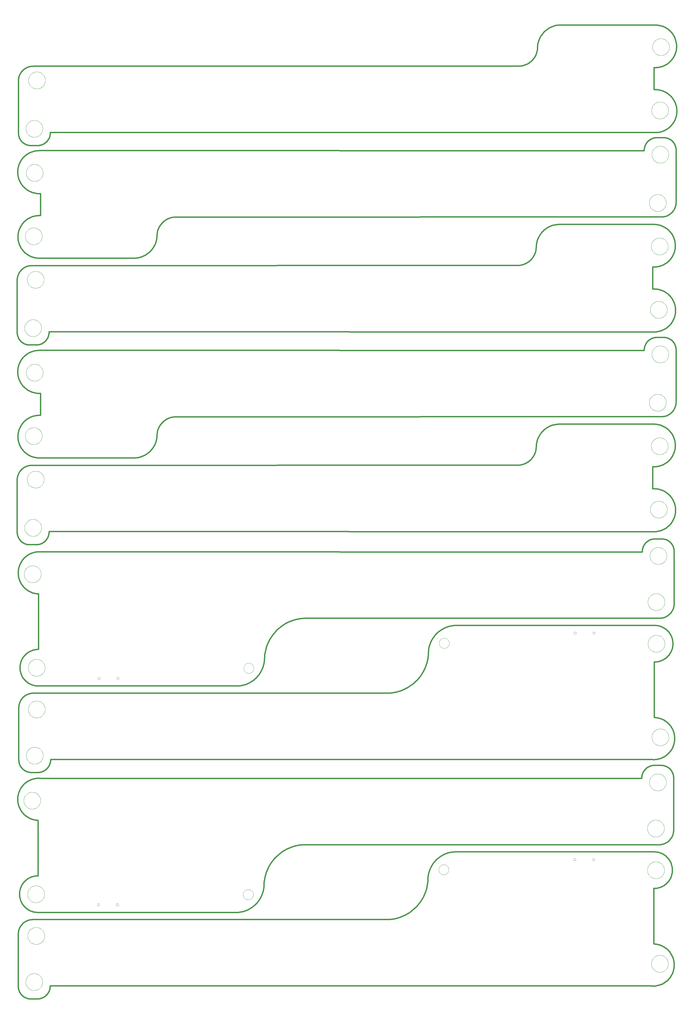
<source format=gbr>
G04 CAM350 V10.1.0 (Build 363) Date:  Mon Oct 03 20:15:32 2011 *
G04 Database: C:\Projects\AniBike Project\Hardware\AniBike V2.7 BT\EagleDIR\AniBike v2.7 BT\Manufacturing\2V8\ANIBIKE_2V8_Rev1.0.cam *
G04 Layer 7: AniBike_v2.8_BT_MainBoard.GDM *
G04 Composite: BORDER *
%FSLAX24Y24*%
%MOIN*%
%SFA1.000B1.000*%

%MIA0B0*%
%IPPOS*%
%ADD36C,0.02000*%
%ADD83C,0.00000*%
%LNAniBike_v2.8_BT_MainBoard.GDM*%
%LPD*%
G54D36*
X95319Y34852D02*
G01X94259D01*
Y34853D02*
G01X94169Y34848D01*
X94079Y34840*
X93990Y34827*
X93901Y34810*
X93814Y34789*
X93727Y34764*
X93642Y34735*
X93558Y34701*
X93476Y34664*
X93396Y34623*
X93318Y34578*
X93242Y34529*
X93169Y34477*
X93098Y34421*
X93030Y34362*
X92964Y34300*
X92902Y34235*
X92843Y34167*
X92787Y34096*
X92735Y34023*
X92686Y33947*
X92641Y33869*
X92599Y33789*
X92562Y33707*
X92528Y33624*
X92499Y33539*
X92473Y33452*
X92452Y33365*
X92435Y33276*
X92422Y33187*
X92413Y33097*
X92409Y33008*
X92408Y32917*
X92409D02*
G01X3599Y32932D01*
X3448Y32945*
X3296Y32951*
X3145Y32949*
X2994Y32940*
X2843Y32923*
X2693Y32899*
X2545Y32868*
X2398Y32829*
X2253Y32784*
X2111Y32731*
X1972Y32672*
X1835Y32605*
X1702Y32533*
X1573Y32454*
X1447Y32368*
X1326Y32277*
X1210Y32180*
X1098Y32077*
X992Y31969*
X891Y31856*
X796Y31738*
X706Y31616*
X623Y31489*
X545Y31358*
X475Y31224*
X410Y31087*
X353Y30947*
X303Y30804*
X259Y30658*
X223Y30511*
X194Y30362*
X172Y30212*
X158Y30061*
X151Y29910*
Y29758*
X159Y29607*
X174Y29456*
X196Y29306*
X226Y29157*
X263Y29010*
X307Y28865*
X358Y28722*
X416Y28582*
X481Y28445*
X552Y28311*
X630Y28181*
X714Y28055*
X804Y27933*
X900Y27815*
X1002Y27703*
X1109Y27595*
X1221Y27493*
X1338Y27396*
X1459Y27306*
X1585Y27221*
X1714Y27142*
X1848Y27070*
X1985Y27005*
X2124Y26946*
X2267Y26894*
X2412Y26849*
X2559Y26811*
X2707Y26781*
X2857Y26757*
X3008Y26741*
X3159Y26733*
Y26732D02*
G01Y18532D01*
X3027Y18531*
X2895Y18523*
X2764Y18509*
X2634Y18489*
X2505Y18462*
X2377Y18430*
X2251Y18390*
X2127Y18345*
X2006Y18294*
X1887Y18237*
X1771Y18174*
X1658Y18106*
X1549Y18032*
X1443Y17953*
X1342Y17869*
X1244Y17780*
X1152Y17686*
X1063Y17588*
X980Y17486*
X902Y17380*
X829Y17270*
X761Y17157*
X699Y17040*
X643Y16921*
X593Y16799*
X549Y16675*
X511Y16549*
X479Y16421*
X453Y16291*
X434Y16161*
X421Y16030*
X415Y15898*
Y15766*
X421Y15634*
X434Y15503*
X453Y15373*
X479Y15243*
X511Y15115*
X549Y14989*
X593Y14865*
X643Y14743*
X699Y14624*
X761Y14507*
X829Y14394*
X902Y14284*
X980Y14178*
X1063Y14076*
X1152Y13978*
X1244Y13884*
X1342Y13795*
X1443Y13711*
X1549Y13632*
X1658Y13558*
X1771Y13490*
X1887Y13427*
X2006Y13370*
X2127Y13319*
X2251Y13274*
X2377Y13234*
X2505Y13202*
X2634Y13175*
X2764Y13155*
X2895Y13141*
X3027Y13133*
X3159Y13132*
X32279*
X36559Y17132D02*
G01X36573Y17433D01*
X36602Y17733*
X36646Y18032*
X36704Y18327*
X36777Y18620*
X36864Y18908*
X36965Y19192*
X37080Y19471*
X37208Y19744*
X37350Y20010*
X37504Y20269*
X37671Y20520*
X37850Y20762*
X38041Y20996*
X38243Y21219*
X38456Y21433*
X38679Y21636*
X38912Y21827*
X39154Y22007*
X39404Y22175*
X39662Y22331*
X39928Y22473*
X40200Y22603*
X40479Y22719*
X40762Y22821*
X41050Y22909*
X41343Y22982*
X41638Y23042*
X41936Y23086*
X42236Y23117*
X42538Y23132*
X42839*
X94919*
X95025Y23133*
X95131Y23139*
X95236Y23150*
X95341Y23166*
X95445Y23187*
X95548Y23214*
X95649Y23245*
X95749Y23281*
X95846Y23323*
X95942Y23369*
X96035Y23419*
X96126Y23474*
X96213Y23534*
X96298Y23597*
X96380Y23665*
X96458Y23737*
X96532Y23812*
X96603Y23891*
X96670Y23973*
X96732Y24059*
X96791Y24147*
X96845Y24239*
X96894Y24332*
X96939Y24429*
X96979Y24527*
X97014Y24627*
X97044Y24728*
X97069Y24831*
X97089Y24936*
X97104Y25040*
X97114Y25146*
X97119Y25252*
Y32952*
X97120Y33040*
X97116Y33128*
X97108Y33216*
X97095Y33303*
X97079Y33390*
X97058Y33475*
X97034Y33560*
X97005Y33643*
X96973Y33725*
X96937Y33805*
X96896Y33884*
X96853Y33960*
X96805Y34035*
X96754Y34106*
X96700Y34176*
X96643Y34243*
X96582Y34307*
X96518Y34368*
X96452Y34426*
X96383Y34480*
X96311Y34532*
X96237Y34579*
X96161Y34624*
X96083Y34664*
X96003Y34701*
X95921Y34734*
X95838Y34763*
X95754Y34788*
X95668Y34809*
X95582Y34826*
X95495Y34839*
X95407Y34848*
X95319Y34852*
X36559Y17132D02*
G01X36547Y16929D01*
X36525Y16727*
X36493Y16526*
X36452Y16327*
X36401Y16130*
X36340Y15936*
X36269Y15746*
X36190Y15558*
X36101Y15376*
X36004Y15197*
X35898Y15024*
X35783Y14856*
X35661Y14694*
X35530Y14538*
X35392Y14388*
X35247Y14246*
X35095Y14111*
X34937Y13983*
X34773Y13864*
X34602Y13752*
X34427Y13649*
X34247Y13555*
X34062Y13470*
X33874Y13394*
X33682Y13327*
X33487Y13270*
X33289Y13222*
X33089Y13185*
X32888Y13157*
X32685Y13139*
X32482Y13130*
X32279Y13132*
G54D83*
X34979Y15762D02*
G01X34977Y15708D01*
X34971Y15654*
X34961Y15601*
X34948Y15548*
X34931Y15497*
X34910Y15447*
X34885Y15399*
X34857Y15352*
X34826Y15308*
X34792Y15266*
X34755Y15227*
X34715Y15190*
X34672Y15157*
X34627Y15126*
X34580Y15099*
X34532Y15076*
X34481Y15056*
X34430Y15039*
X34377Y15027*
X34324Y15018*
X34270Y15013*
X34215Y15012*
X34161Y15015*
X34108Y15022*
X34055Y15033*
X34002Y15047*
X33951Y15065*
X33902Y15087*
X33854Y15112*
X33808Y15141*
X33764Y15173*
X33723Y15208*
X33685Y15246*
X33649Y15287*
X33616Y15330*
X33586Y15375*
X33560Y15423*
X33537Y15472*
X33518Y15523*
X33503Y15574*
X33491Y15627*
X33483Y15681*
X33479Y15735*
Y15789*
X33483Y15843*
X33491Y15897*
X33503Y15950*
X33518Y16001*
X33537Y16052*
X33560Y16101*
X33586Y16149*
X33616Y16194*
X33649Y16237*
X33685Y16278*
X33723Y16316*
X33764Y16351*
X33808Y16383*
X33854Y16412*
X33902Y16437*
X33951Y16459*
X34002Y16477*
X34055Y16491*
X34108Y16502*
X34161Y16509*
X34215Y16512*
X34270Y16511*
X34324Y16506*
X34377Y16497*
X34430Y16485*
X34481Y16468*
X34532Y16448*
X34580Y16425*
X34627Y16398*
X34672Y16367*
X34715Y16334*
X34755Y16297*
X34792Y16258*
X34826Y16216*
X34857Y16172*
X34885Y16125*
X34910Y16077*
X34931Y16027*
X34948Y15976*
X34961Y15923*
X34971Y15870*
X34977Y15816*
X34979Y15762*
X15054Y14272D02*
G01X15052Y14246D01*
X15046Y14220*
X15036Y14195*
X15023Y14172*
X15007Y14152*
X14987Y14134*
X14965Y14119*
X14942Y14107*
X14916Y14099*
X14890Y14095*
X14864*
X14838Y14099*
X14812Y14107*
X14788Y14119*
X14767Y14134*
X14747Y14152*
X14731Y14172*
X14718Y14195*
X14708Y14220*
X14702Y14246*
X14700Y14272*
X14702Y14298*
X14708Y14324*
X14718Y14349*
X14731Y14372*
X14747Y14392*
X14767Y14410*
X14789Y14425*
X14812Y14437*
X14838Y14445*
X14864Y14449*
X14890*
X14916Y14445*
X14942Y14437*
X14966Y14425*
X14987Y14410*
X15007Y14392*
X15023Y14372*
X15036Y14349*
X15046Y14324*
X15052Y14298*
X15054Y14272*
X12258D02*
G01X12256Y14246D01*
X12250Y14220*
X12240Y14195*
X12227Y14172*
X12211Y14152*
X12191Y14134*
X12169Y14119*
X12146Y14107*
X12120Y14099*
X12094Y14095*
X12068*
X12042Y14099*
X12016Y14107*
X11992Y14119*
X11971Y14134*
X11951Y14152*
X11935Y14172*
X11922Y14195*
X11912Y14220*
X11906Y14246*
X11904Y14272*
X11906Y14298*
X11912Y14324*
X11922Y14349*
X11935Y14372*
X11951Y14392*
X11971Y14410*
X11993Y14425*
X12016Y14437*
X12042Y14445*
X12068Y14449*
X12094*
X12120Y14445*
X12146Y14437*
X12170Y14425*
X12191Y14410*
X12211Y14392*
X12227Y14372*
X12240Y14349*
X12250Y14324*
X12256Y14298*
X12258Y14272*
X4109Y15832D02*
G01X4107Y15762D01*
X4101Y15692*
X4091Y15623*
X4078Y15554*
X4060Y15486*
X4039Y15419*
X4014Y15354*
X3985Y15290*
X3953Y15227*
X3917Y15167*
X3878Y15109*
X3836Y15053*
X3791Y14999*
X3743Y14948*
X3692Y14900*
X3638Y14855*
X3582Y14813*
X3524Y14774*
X3464Y14738*
X3401Y14706*
X3337Y14677*
X3272Y14652*
X3205Y14631*
X3137Y14613*
X3068Y14600*
X2999Y14590*
X2929Y14584*
X2859Y14582*
X2789Y14584*
X2719Y14590*
X2650Y14600*
X2581Y14613*
X2513Y14631*
X2446Y14652*
X2381Y14677*
X2317Y14706*
X2254Y14738*
X2194Y14774*
X2136Y14813*
X2080Y14855*
X2026Y14900*
X1975Y14948*
X1927Y14999*
X1882Y15053*
X1840Y15109*
X1801Y15167*
X1765Y15227*
X1733Y15290*
X1704Y15354*
X1679Y15419*
X1658Y15486*
X1640Y15554*
X1627Y15623*
X1617Y15692*
X1611Y15762*
X1609Y15832*
X1611Y15902*
X1617Y15972*
X1627Y16041*
X1640Y16110*
X1658Y16178*
X1679Y16245*
X1704Y16310*
X1733Y16374*
X1765Y16437*
X1801Y16497*
X1840Y16555*
X1882Y16611*
X1927Y16665*
X1975Y16716*
X2026Y16764*
X2080Y16809*
X2136Y16851*
X2194Y16890*
X2254Y16926*
X2317Y16958*
X2381Y16987*
X2446Y17012*
X2513Y17033*
X2581Y17051*
X2650Y17064*
X2719Y17074*
X2789Y17080*
X2859Y17082*
X2929Y17080*
X2999Y17074*
X3068Y17064*
X3137Y17051*
X3205Y17033*
X3272Y17012*
X3337Y16987*
X3401Y16958*
X3464Y16926*
X3524Y16890*
X3582Y16851*
X3638Y16809*
X3692Y16764*
X3743Y16716*
X3791Y16665*
X3836Y16611*
X3878Y16555*
X3917Y16497*
X3953Y16437*
X3985Y16374*
X4014Y16310*
X4039Y16245*
X4060Y16178*
X4078Y16110*
X4091Y16041*
X4101Y15972*
X4107Y15902*
X4109Y15832*
X3529Y29652D02*
G01X3527Y29582D01*
X3521Y29512*
X3511Y29443*
X3498Y29374*
X3480Y29306*
X3459Y29239*
X3434Y29174*
X3405Y29110*
X3373Y29047*
X3337Y28987*
X3298Y28929*
X3256Y28873*
X3211Y28819*
X3163Y28768*
X3112Y28720*
X3058Y28675*
X3002Y28633*
X2944Y28594*
X2884Y28558*
X2821Y28526*
X2757Y28497*
X2692Y28472*
X2625Y28451*
X2557Y28433*
X2488Y28420*
X2419Y28410*
X2349Y28404*
X2279Y28402*
X2209Y28404*
X2139Y28410*
X2070Y28420*
X2001Y28433*
X1933Y28451*
X1866Y28472*
X1801Y28497*
X1737Y28526*
X1674Y28558*
X1614Y28594*
X1556Y28633*
X1500Y28675*
X1446Y28720*
X1395Y28768*
X1347Y28819*
X1302Y28873*
X1260Y28929*
X1221Y28987*
X1185Y29047*
X1153Y29110*
X1124Y29174*
X1099Y29239*
X1078Y29306*
X1060Y29374*
X1047Y29443*
X1037Y29512*
X1031Y29582*
X1029Y29652*
X1031Y29722*
X1037Y29792*
X1047Y29861*
X1060Y29930*
X1078Y29998*
X1099Y30065*
X1124Y30130*
X1153Y30194*
X1185Y30257*
X1221Y30317*
X1260Y30375*
X1302Y30431*
X1347Y30485*
X1395Y30536*
X1446Y30584*
X1500Y30629*
X1556Y30671*
X1614Y30710*
X1674Y30746*
X1737Y30778*
X1801Y30807*
X1866Y30832*
X1933Y30853*
X2001Y30871*
X2070Y30884*
X2139Y30894*
X2209Y30900*
X2279Y30902*
X2349Y30900*
X2419Y30894*
X2488Y30884*
X2557Y30871*
X2625Y30853*
X2692Y30832*
X2757Y30807*
X2821Y30778*
X2884Y30746*
X2944Y30710*
X3002Y30671*
X3058Y30629*
X3112Y30584*
X3163Y30536*
X3211Y30485*
X3256Y30431*
X3298Y30375*
X3337Y30317*
X3373Y30257*
X3405Y30194*
X3434Y30130*
X3459Y30065*
X3480Y29998*
X3498Y29930*
X3511Y29861*
X3521Y29792*
X3527Y29722*
X3529Y29652*
X95729Y25532D02*
G01X95727Y25462D01*
X95721Y25392*
X95711Y25323*
X95698Y25254*
X95680Y25186*
X95659Y25119*
X95634Y25054*
X95605Y24990*
X95573Y24927*
X95537Y24867*
X95498Y24809*
X95456Y24753*
X95411Y24699*
X95363Y24648*
X95312Y24600*
X95258Y24555*
X95202Y24513*
X95144Y24474*
X95084Y24438*
X95021Y24406*
X94957Y24377*
X94892Y24352*
X94825Y24331*
X94757Y24313*
X94688Y24300*
X94619Y24290*
X94549Y24284*
X94479Y24282*
X94409Y24284*
X94339Y24290*
X94270Y24300*
X94201Y24313*
X94133Y24331*
X94066Y24352*
X94001Y24377*
X93937Y24406*
X93874Y24438*
X93814Y24474*
X93756Y24513*
X93700Y24555*
X93646Y24600*
X93595Y24648*
X93547Y24699*
X93502Y24753*
X93460Y24809*
X93421Y24867*
X93385Y24927*
X93353Y24990*
X93324Y25054*
X93299Y25119*
X93278Y25186*
X93260Y25254*
X93247Y25323*
X93237Y25392*
X93231Y25462*
X93229Y25532*
X93231Y25602*
X93237Y25672*
X93247Y25741*
X93260Y25810*
X93278Y25878*
X93299Y25945*
X93324Y26010*
X93353Y26074*
X93385Y26137*
X93421Y26197*
X93460Y26255*
X93502Y26311*
X93547Y26365*
X93595Y26416*
X93646Y26464*
X93700Y26509*
X93756Y26551*
X93814Y26590*
X93874Y26626*
X93937Y26658*
X94001Y26687*
X94066Y26712*
X94133Y26733*
X94201Y26751*
X94270Y26764*
X94339Y26774*
X94409Y26780*
X94479Y26782*
X94549Y26780*
X94619Y26774*
X94688Y26764*
X94757Y26751*
X94825Y26733*
X94892Y26712*
X94957Y26687*
X95021Y26658*
X95084Y26626*
X95144Y26590*
X95202Y26551*
X95258Y26509*
X95312Y26464*
X95363Y26416*
X95411Y26365*
X95456Y26311*
X95498Y26255*
X95537Y26197*
X95573Y26137*
X95605Y26074*
X95634Y26010*
X95659Y25945*
X95680Y25878*
X95698Y25810*
X95711Y25741*
X95721Y25672*
X95727Y25602*
X95729Y25532*
X96029Y32352D02*
G01X96027Y32282D01*
X96021Y32212*
X96011Y32143*
X95998Y32074*
X95980Y32006*
X95959Y31939*
X95934Y31874*
X95905Y31810*
X95873Y31747*
X95837Y31687*
X95798Y31629*
X95756Y31573*
X95711Y31519*
X95663Y31468*
X95612Y31420*
X95558Y31375*
X95502Y31333*
X95444Y31294*
X95384Y31258*
X95321Y31226*
X95257Y31197*
X95192Y31172*
X95125Y31151*
X95057Y31133*
X94988Y31120*
X94919Y31110*
X94849Y31104*
X94779Y31102*
X94709Y31104*
X94639Y31110*
X94570Y31120*
X94501Y31133*
X94433Y31151*
X94366Y31172*
X94301Y31197*
X94237Y31226*
X94174Y31258*
X94114Y31294*
X94056Y31333*
X94000Y31375*
X93946Y31420*
X93895Y31468*
X93847Y31519*
X93802Y31573*
X93760Y31629*
X93721Y31687*
X93685Y31747*
X93653Y31810*
X93624Y31874*
X93599Y31939*
X93578Y32006*
X93560Y32074*
X93547Y32143*
X93537Y32212*
X93531Y32282*
X93529Y32352*
X93531Y32422*
X93537Y32492*
X93547Y32561*
X93560Y32630*
X93578Y32698*
X93599Y32765*
X93624Y32830*
X93653Y32894*
X93685Y32957*
X93721Y33017*
X93760Y33075*
X93802Y33131*
X93847Y33185*
X93895Y33236*
X93946Y33284*
X94000Y33329*
X94056Y33371*
X94114Y33410*
X94174Y33446*
X94237Y33478*
X94301Y33507*
X94366Y33532*
X94433Y33553*
X94501Y33571*
X94570Y33584*
X94639Y33594*
X94709Y33600*
X94779Y33602*
X94849Y33600*
X94919Y33594*
X94988Y33584*
X95057Y33571*
X95125Y33553*
X95192Y33532*
X95257Y33507*
X95321Y33478*
X95384Y33446*
X95444Y33410*
X95502Y33371*
X95558Y33329*
X95612Y33284*
X95663Y33236*
X95711Y33185*
X95756Y33131*
X95798Y33075*
X95837Y33017*
X95873Y32957*
X95905Y32894*
X95934Y32830*
X95959Y32765*
X95980Y32698*
X95998Y32630*
X96011Y32561*
X96021Y32492*
X96027Y32422*
X96029Y32352*
G54D36*
X2034Y358D02*
G01X3094D01*
Y357D02*
G01X3184Y362D01*
X3274Y370*
X3363Y383*
X3452Y400*
X3539Y421*
X3626Y446*
X3711Y475*
X3795Y509*
X3877Y546*
X3957Y587*
X4035Y632*
X4111Y681*
X4184Y733*
X4255Y789*
X4323Y848*
X4389Y910*
X4451Y975*
X4510Y1043*
X4566Y1114*
X4618Y1187*
X4667Y1263*
X4712Y1341*
X4754Y1421*
X4791Y1503*
X4825Y1586*
X4854Y1671*
X4880Y1758*
X4901Y1845*
X4918Y1934*
X4931Y2023*
X4940Y2113*
X4944Y2202*
X4945Y2293*
X4944D02*
G01X93754Y2278D01*
X93905Y2265*
X94057Y2259*
X94208Y2261*
X94359Y2270*
X94510Y2287*
X94660Y2311*
X94808Y2342*
X94955Y2381*
X95100Y2426*
X95242Y2479*
X95381Y2538*
X95518Y2605*
X95651Y2677*
X95780Y2756*
X95906Y2842*
X96027Y2933*
X96143Y3030*
X96255Y3133*
X96361Y3241*
X96462Y3354*
X96557Y3472*
X96647Y3594*
X96730Y3721*
X96808Y3852*
X96878Y3986*
X96943Y4123*
X97000Y4263*
X97050Y4406*
X97094Y4552*
X97130Y4699*
X97159Y4848*
X97181Y4998*
X97195Y5149*
X97202Y5300*
Y5452*
X97194Y5603*
X97179Y5754*
X97157Y5904*
X97127Y6053*
X97090Y6200*
X97046Y6345*
X96995Y6488*
X96937Y6628*
X96872Y6765*
X96801Y6899*
X96723Y7029*
X96639Y7155*
X96549Y7277*
X96453Y7395*
X96351Y7507*
X96244Y7615*
X96132Y7717*
X96015Y7814*
X95894Y7904*
X95768Y7989*
X95639Y8068*
X95505Y8140*
X95368Y8205*
X95229Y8264*
X95086Y8316*
X94941Y8361*
X94794Y8399*
X94646Y8429*
X94496Y8453*
X94345Y8469*
X94194Y8477*
Y8478D02*
G01Y16678D01*
X94326Y16679*
X94458Y16687*
X94589Y16701*
X94719Y16721*
X94848Y16748*
X94976Y16780*
X95102Y16820*
X95226Y16865*
X95347Y16916*
X95466Y16973*
X95582Y17036*
X95695Y17104*
X95804Y17178*
X95910Y17257*
X96011Y17341*
X96109Y17430*
X96201Y17524*
X96290Y17622*
X96373Y17724*
X96451Y17830*
X96524Y17940*
X96592Y18053*
X96654Y18170*
X96710Y18289*
X96760Y18411*
X96804Y18535*
X96842Y18661*
X96874Y18789*
X96900Y18919*
X96919Y19049*
X96932Y19180*
X96938Y19312*
Y19444*
X96932Y19576*
X96919Y19707*
X96900Y19837*
X96874Y19967*
X96842Y20095*
X96804Y20221*
X96760Y20345*
X96710Y20467*
X96654Y20586*
X96592Y20703*
X96524Y20816*
X96451Y20926*
X96373Y21032*
X96290Y21134*
X96201Y21232*
X96109Y21326*
X96011Y21415*
X95910Y21499*
X95804Y21578*
X95695Y21652*
X95582Y21720*
X95466Y21783*
X95347Y21840*
X95226Y21891*
X95102Y21936*
X94976Y21976*
X94848Y22008*
X94719Y22035*
X94589Y22055*
X94458Y22069*
X94326Y22077*
X94194Y22078*
X65074*
X60794Y18078D02*
G01X60780Y17777D01*
X60751Y17477*
X60707Y17178*
X60649Y16883*
X60576Y16590*
X60489Y16302*
X60388Y16018*
X60273Y15739*
X60145Y15466*
X60003Y15200*
X59849Y14941*
X59682Y14690*
X59503Y14448*
X59312Y14214*
X59110Y13991*
X58897Y13777*
X58674Y13574*
X58441Y13383*
X58199Y13203*
X57949Y13035*
X57691Y12879*
X57425Y12737*
X57153Y12607*
X56874Y12491*
X56591Y12389*
X56303Y12301*
X56010Y12228*
X55715Y12168*
X55417Y12124*
X55117Y12093*
X54815Y12078*
X54514*
X2434*
X2328Y12077*
X2222Y12071*
X2117Y12060*
X2012Y12044*
X1908Y12023*
X1805Y11996*
X1704Y11965*
X1604Y11929*
X1507Y11887*
X1411Y11841*
X1318Y11791*
X1227Y11736*
X1140Y11676*
X1055Y11613*
X973Y11545*
X895Y11473*
X821Y11398*
X750Y11319*
X683Y11237*
X621Y11151*
X562Y11063*
X508Y10971*
X459Y10878*
X414Y10781*
X374Y10683*
X339Y10583*
X309Y10482*
X284Y10379*
X264Y10274*
X249Y10170*
X239Y10064*
X234Y9958*
Y2258*
X233Y2170*
X237Y2082*
X245Y1994*
X258Y1907*
X274Y1820*
X295Y1735*
X319Y1650*
X348Y1567*
X380Y1485*
X416Y1405*
X457Y1326*
X500Y1250*
X548Y1175*
X599Y1104*
X653Y1034*
X710Y967*
X771Y903*
X835Y842*
X901Y784*
X970Y730*
X1042Y678*
X1116Y631*
X1192Y586*
X1270Y546*
X1350Y509*
X1432Y476*
X1515Y447*
X1599Y422*
X1685Y401*
X1771Y384*
X1858Y371*
X1946Y362*
X2034Y358*
X60794Y18078D02*
G01X60806Y18281D01*
X60828Y18483*
X60860Y18684*
X60901Y18883*
X60952Y19080*
X61013Y19274*
X61084Y19464*
X61163Y19652*
X61252Y19834*
X61349Y20013*
X61455Y20186*
X61570Y20354*
X61692Y20516*
X61823Y20672*
X61961Y20822*
X62106Y20964*
X62258Y21099*
X62416Y21227*
X62580Y21346*
X62751Y21458*
X62926Y21561*
X63106Y21655*
X63291Y21740*
X63479Y21816*
X63671Y21883*
X63866Y21940*
X64064Y21988*
X64264Y22025*
X64465Y22053*
X64668Y22071*
X64871Y22080*
X65074Y22078*
G54D83*
X62374Y19448D02*
G01X62376Y19502D01*
X62382Y19556*
X62392Y19609*
X62405Y19662*
X62422Y19713*
X62443Y19763*
X62468Y19811*
X62496Y19858*
X62527Y19902*
X62561Y19944*
X62598Y19983*
X62638Y20020*
X62681Y20053*
X62726Y20084*
X62773Y20111*
X62821Y20134*
X62872Y20154*
X62923Y20171*
X62976Y20183*
X63029Y20192*
X63083Y20197*
X63138Y20198*
X63192Y20195*
X63245Y20188*
X63298Y20177*
X63351Y20163*
X63402Y20145*
X63451Y20123*
X63499Y20098*
X63545Y20069*
X63589Y20037*
X63630Y20002*
X63668Y19964*
X63704Y19923*
X63737Y19880*
X63767Y19835*
X63793Y19787*
X63816Y19738*
X63835Y19687*
X63850Y19636*
X63862Y19583*
X63870Y19529*
X63874Y19475*
Y19421*
X63870Y19367*
X63862Y19313*
X63850Y19260*
X63835Y19209*
X63816Y19158*
X63793Y19109*
X63767Y19061*
X63737Y19016*
X63704Y18973*
X63668Y18932*
X63630Y18894*
X63589Y18859*
X63545Y18827*
X63499Y18798*
X63451Y18773*
X63402Y18751*
X63351Y18733*
X63298Y18719*
X63245Y18708*
X63192Y18701*
X63138Y18698*
X63083Y18699*
X63029Y18704*
X62976Y18713*
X62923Y18725*
X62872Y18742*
X62821Y18762*
X62773Y18785*
X62726Y18812*
X62681Y18843*
X62638Y18876*
X62598Y18913*
X62561Y18952*
X62527Y18994*
X62496Y19038*
X62468Y19085*
X62443Y19133*
X62422Y19183*
X62405Y19234*
X62392Y19287*
X62382Y19340*
X62376Y19394*
X62374Y19448*
X82299Y20938D02*
G01X82301Y20964D01*
X82307Y20990*
X82317Y21015*
X82330Y21038*
X82346Y21058*
X82366Y21076*
X82388Y21091*
X82411Y21103*
X82437Y21111*
X82463Y21115*
X82489*
X82515Y21111*
X82541Y21103*
X82565Y21091*
X82586Y21076*
X82606Y21058*
X82622Y21038*
X82635Y21015*
X82645Y20990*
X82651Y20964*
X82653Y20938*
X82651Y20912*
X82645Y20886*
X82635Y20861*
X82622Y20838*
X82606Y20818*
X82586Y20800*
X82564Y20785*
X82541Y20773*
X82515Y20765*
X82489Y20761*
X82463*
X82437Y20765*
X82411Y20773*
X82387Y20785*
X82366Y20800*
X82346Y20818*
X82330Y20838*
X82317Y20861*
X82307Y20886*
X82301Y20912*
X82299Y20938*
X85095D02*
G01X85097Y20964D01*
X85103Y20990*
X85113Y21015*
X85126Y21038*
X85142Y21058*
X85162Y21076*
X85184Y21091*
X85207Y21103*
X85233Y21111*
X85259Y21115*
X85285*
X85311Y21111*
X85337Y21103*
X85361Y21091*
X85382Y21076*
X85402Y21058*
X85418Y21038*
X85431Y21015*
X85441Y20990*
X85447Y20964*
X85449Y20938*
X85447Y20912*
X85441Y20886*
X85431Y20861*
X85418Y20838*
X85402Y20818*
X85382Y20800*
X85360Y20785*
X85337Y20773*
X85311Y20765*
X85285Y20761*
X85259*
X85233Y20765*
X85207Y20773*
X85183Y20785*
X85162Y20800*
X85142Y20818*
X85126Y20838*
X85113Y20861*
X85103Y20886*
X85097Y20912*
X85095Y20938*
X93244Y19378D02*
G01X93246Y19448D01*
X93252Y19518*
X93262Y19587*
X93275Y19656*
X93293Y19724*
X93314Y19791*
X93339Y19856*
X93368Y19920*
X93400Y19983*
X93436Y20043*
X93475Y20101*
X93517Y20157*
X93562Y20211*
X93610Y20262*
X93661Y20310*
X93715Y20355*
X93771Y20397*
X93829Y20436*
X93889Y20472*
X93952Y20504*
X94016Y20533*
X94081Y20558*
X94148Y20579*
X94216Y20597*
X94285Y20610*
X94354Y20620*
X94424Y20626*
X94494Y20628*
X94564Y20626*
X94634Y20620*
X94703Y20610*
X94772Y20597*
X94840Y20579*
X94907Y20558*
X94972Y20533*
X95036Y20504*
X95099Y20472*
X95159Y20436*
X95217Y20397*
X95273Y20355*
X95327Y20310*
X95378Y20262*
X95426Y20211*
X95471Y20157*
X95513Y20101*
X95552Y20043*
X95588Y19983*
X95620Y19920*
X95649Y19856*
X95674Y19791*
X95695Y19724*
X95713Y19656*
X95726Y19587*
X95736Y19518*
X95742Y19448*
X95744Y19378*
X95742Y19308*
X95736Y19238*
X95726Y19169*
X95713Y19100*
X95695Y19032*
X95674Y18965*
X95649Y18900*
X95620Y18836*
X95588Y18773*
X95552Y18713*
X95513Y18655*
X95471Y18599*
X95426Y18545*
X95378Y18494*
X95327Y18446*
X95273Y18401*
X95217Y18359*
X95159Y18320*
X95099Y18284*
X95036Y18252*
X94972Y18223*
X94907Y18198*
X94840Y18177*
X94772Y18159*
X94703Y18146*
X94634Y18136*
X94564Y18130*
X94494Y18128*
X94424Y18130*
X94354Y18136*
X94285Y18146*
X94216Y18159*
X94148Y18177*
X94081Y18198*
X94016Y18223*
X93952Y18252*
X93889Y18284*
X93829Y18320*
X93771Y18359*
X93715Y18401*
X93661Y18446*
X93610Y18494*
X93562Y18545*
X93517Y18599*
X93475Y18655*
X93436Y18713*
X93400Y18773*
X93368Y18836*
X93339Y18900*
X93314Y18965*
X93293Y19032*
X93275Y19100*
X93262Y19169*
X93252Y19238*
X93246Y19308*
X93244Y19378*
X93824Y5558D02*
G01X93826Y5628D01*
X93832Y5698*
X93842Y5767*
X93855Y5836*
X93873Y5904*
X93894Y5971*
X93919Y6036*
X93948Y6100*
X93980Y6163*
X94016Y6223*
X94055Y6281*
X94097Y6337*
X94142Y6391*
X94190Y6442*
X94241Y6490*
X94295Y6535*
X94351Y6577*
X94409Y6616*
X94469Y6652*
X94532Y6684*
X94596Y6713*
X94661Y6738*
X94728Y6759*
X94796Y6777*
X94865Y6790*
X94934Y6800*
X95004Y6806*
X95074Y6808*
X95144Y6806*
X95214Y6800*
X95283Y6790*
X95352Y6777*
X95420Y6759*
X95487Y6738*
X95552Y6713*
X95616Y6684*
X95679Y6652*
X95739Y6616*
X95797Y6577*
X95853Y6535*
X95907Y6490*
X95958Y6442*
X96006Y6391*
X96051Y6337*
X96093Y6281*
X96132Y6223*
X96168Y6163*
X96200Y6100*
X96229Y6036*
X96254Y5971*
X96275Y5904*
X96293Y5836*
X96306Y5767*
X96316Y5698*
X96322Y5628*
X96324Y5558*
X96322Y5488*
X96316Y5418*
X96306Y5349*
X96293Y5280*
X96275Y5212*
X96254Y5145*
X96229Y5080*
X96200Y5016*
X96168Y4953*
X96132Y4893*
X96093Y4835*
X96051Y4779*
X96006Y4725*
X95958Y4674*
X95907Y4626*
X95853Y4581*
X95797Y4539*
X95739Y4500*
X95679Y4464*
X95616Y4432*
X95552Y4403*
X95487Y4378*
X95420Y4357*
X95352Y4339*
X95283Y4326*
X95214Y4316*
X95144Y4310*
X95074Y4308*
X95004Y4310*
X94934Y4316*
X94865Y4326*
X94796Y4339*
X94728Y4357*
X94661Y4378*
X94596Y4403*
X94532Y4432*
X94469Y4464*
X94409Y4500*
X94351Y4539*
X94295Y4581*
X94241Y4626*
X94190Y4674*
X94142Y4725*
X94097Y4779*
X94055Y4835*
X94016Y4893*
X93980Y4953*
X93948Y5016*
X93919Y5080*
X93894Y5145*
X93873Y5212*
X93855Y5280*
X93842Y5349*
X93832Y5418*
X93826Y5488*
X93824Y5558*
X1624Y9678D02*
G01X1626Y9748D01*
X1632Y9818*
X1642Y9887*
X1655Y9956*
X1673Y10024*
X1694Y10091*
X1719Y10156*
X1748Y10220*
X1780Y10283*
X1816Y10343*
X1855Y10401*
X1897Y10457*
X1942Y10511*
X1990Y10562*
X2041Y10610*
X2095Y10655*
X2151Y10697*
X2209Y10736*
X2269Y10772*
X2332Y10804*
X2396Y10833*
X2461Y10858*
X2528Y10879*
X2596Y10897*
X2665Y10910*
X2734Y10920*
X2804Y10926*
X2874Y10928*
X2944Y10926*
X3014Y10920*
X3083Y10910*
X3152Y10897*
X3220Y10879*
X3287Y10858*
X3352Y10833*
X3416Y10804*
X3479Y10772*
X3539Y10736*
X3597Y10697*
X3653Y10655*
X3707Y10610*
X3758Y10562*
X3806Y10511*
X3851Y10457*
X3893Y10401*
X3932Y10343*
X3968Y10283*
X4000Y10220*
X4029Y10156*
X4054Y10091*
X4075Y10024*
X4093Y9956*
X4106Y9887*
X4116Y9818*
X4122Y9748*
X4124Y9678*
X4122Y9608*
X4116Y9538*
X4106Y9469*
X4093Y9400*
X4075Y9332*
X4054Y9265*
X4029Y9200*
X4000Y9136*
X3968Y9073*
X3932Y9013*
X3893Y8955*
X3851Y8899*
X3806Y8845*
X3758Y8794*
X3707Y8746*
X3653Y8701*
X3597Y8659*
X3539Y8620*
X3479Y8584*
X3416Y8552*
X3352Y8523*
X3287Y8498*
X3220Y8477*
X3152Y8459*
X3083Y8446*
X3014Y8436*
X2944Y8430*
X2874Y8428*
X2804Y8430*
X2734Y8436*
X2665Y8446*
X2596Y8459*
X2528Y8477*
X2461Y8498*
X2396Y8523*
X2332Y8552*
X2269Y8584*
X2209Y8620*
X2151Y8659*
X2095Y8701*
X2041Y8746*
X1990Y8794*
X1942Y8845*
X1897Y8899*
X1855Y8955*
X1816Y9013*
X1780Y9073*
X1748Y9136*
X1719Y9200*
X1694Y9265*
X1673Y9332*
X1655Y9400*
X1642Y9469*
X1632Y9538*
X1626Y9608*
X1624Y9678*
X1324Y2858D02*
G01X1326Y2928D01*
X1332Y2998*
X1342Y3067*
X1355Y3136*
X1373Y3204*
X1394Y3271*
X1419Y3336*
X1448Y3400*
X1480Y3463*
X1516Y3523*
X1555Y3581*
X1597Y3637*
X1642Y3691*
X1690Y3742*
X1741Y3790*
X1795Y3835*
X1851Y3877*
X1909Y3916*
X1969Y3952*
X2032Y3984*
X2096Y4013*
X2161Y4038*
X2228Y4059*
X2296Y4077*
X2365Y4090*
X2434Y4100*
X2504Y4106*
X2574Y4108*
X2644Y4106*
X2714Y4100*
X2783Y4090*
X2852Y4077*
X2920Y4059*
X2987Y4038*
X3052Y4013*
X3116Y3984*
X3179Y3952*
X3239Y3916*
X3297Y3877*
X3353Y3835*
X3407Y3790*
X3458Y3742*
X3506Y3691*
X3551Y3637*
X3593Y3581*
X3632Y3523*
X3668Y3463*
X3700Y3400*
X3729Y3336*
X3754Y3271*
X3775Y3204*
X3793Y3136*
X3806Y3067*
X3816Y2998*
X3822Y2928*
X3824Y2858*
X3822Y2788*
X3816Y2718*
X3806Y2649*
X3793Y2580*
X3775Y2512*
X3754Y2445*
X3729Y2380*
X3700Y2316*
X3668Y2253*
X3632Y2193*
X3593Y2135*
X3551Y2079*
X3506Y2025*
X3458Y1974*
X3407Y1926*
X3353Y1881*
X3297Y1839*
X3239Y1800*
X3179Y1764*
X3116Y1732*
X3052Y1703*
X2987Y1678*
X2920Y1657*
X2852Y1639*
X2783Y1626*
X2714Y1616*
X2644Y1610*
X2574Y1608*
X2504Y1610*
X2434Y1616*
X2365Y1626*
X2296Y1639*
X2228Y1657*
X2161Y1678*
X2096Y1703*
X2032Y1732*
X1969Y1764*
X1909Y1800*
X1851Y1839*
X1795Y1881*
X1741Y1926*
X1690Y1974*
X1642Y2025*
X1597Y2079*
X1555Y2135*
X1516Y2193*
X1480Y2253*
X1448Y2316*
X1419Y2380*
X1394Y2445*
X1373Y2512*
X1355Y2580*
X1342Y2649*
X1332Y2718*
X1326Y2788*
X1324Y2858*
G54D36*
X95392Y68295D02*
G01X94332D01*
Y68296D02*
G01X94242Y68291D01*
X94152Y68283*
X94063Y68270*
X93974Y68253*
X93887Y68232*
X93800Y68207*
X93715Y68178*
X93631Y68144*
X93549Y68107*
X93469Y68066*
X93391Y68021*
X93315Y67972*
X93242Y67920*
X93171Y67864*
X93103Y67805*
X93037Y67743*
X92975Y67678*
X92916Y67610*
X92860Y67539*
X92808Y67466*
X92759Y67390*
X92714Y67312*
X92672Y67232*
X92635Y67150*
X92601Y67067*
X92572Y66982*
X92546Y66895*
X92525Y66808*
X92508Y66719*
X92495Y66630*
X92486Y66540*
X92482Y66451*
X92481Y66360*
X92482D02*
G01X3672Y66375D01*
X3521Y66388*
X3369Y66394*
X3218Y66392*
X3067Y66383*
X2916Y66366*
X2766Y66342*
X2618Y66311*
X2471Y66272*
X2326Y66227*
X2184Y66174*
X2045Y66115*
X1908Y66048*
X1775Y65976*
X1646Y65897*
X1520Y65811*
X1399Y65720*
X1283Y65623*
X1171Y65520*
X1065Y65412*
X964Y65299*
X869Y65181*
X779Y65059*
X696Y64932*
X618Y64801*
X548Y64667*
X483Y64530*
X426Y64390*
X376Y64247*
X332Y64101*
X296Y63954*
X267Y63805*
X245Y63655*
X231Y63504*
X224Y63353*
Y63201*
X232Y63050*
X247Y62899*
X269Y62749*
X299Y62600*
X336Y62453*
X380Y62308*
X431Y62165*
X489Y62025*
X554Y61888*
X625Y61754*
X703Y61624*
X787Y61498*
X877Y61376*
X973Y61258*
X1075Y61146*
X1182Y61038*
X1294Y60936*
X1411Y60839*
X1532Y60749*
X1658Y60664*
X1787Y60585*
X1921Y60513*
X2058Y60448*
X2197Y60389*
X2340Y60337*
X2485Y60292*
X2632Y60254*
X2780Y60224*
X2930Y60200*
X3081Y60184*
X3232Y60176*
Y60175D02*
G01Y51975D01*
X3100Y51974*
X2968Y51966*
X2837Y51952*
X2707Y51932*
X2578Y51905*
X2450Y51873*
X2324Y51833*
X2200Y51788*
X2079Y51737*
X1960Y51680*
X1844Y51617*
X1731Y51549*
X1622Y51475*
X1516Y51396*
X1415Y51312*
X1317Y51223*
X1225Y51129*
X1136Y51031*
X1053Y50929*
X975Y50823*
X902Y50713*
X834Y50600*
X772Y50483*
X716Y50364*
X666Y50242*
X622Y50118*
X584Y49992*
X552Y49864*
X526Y49734*
X507Y49604*
X494Y49473*
X488Y49341*
Y49209*
X494Y49077*
X507Y48946*
X526Y48816*
X552Y48686*
X584Y48558*
X622Y48432*
X666Y48308*
X716Y48186*
X772Y48067*
X834Y47950*
X902Y47837*
X975Y47727*
X1053Y47621*
X1136Y47519*
X1225Y47421*
X1317Y47327*
X1415Y47238*
X1516Y47154*
X1622Y47075*
X1731Y47001*
X1844Y46933*
X1960Y46870*
X2079Y46813*
X2200Y46762*
X2324Y46717*
X2450Y46677*
X2578Y46645*
X2707Y46618*
X2837Y46598*
X2968Y46584*
X3100Y46576*
X3232Y46575*
X32352*
X36632Y50575D02*
G01X36646Y50876D01*
X36675Y51176*
X36719Y51475*
X36777Y51770*
X36850Y52063*
X36937Y52351*
X37038Y52635*
X37153Y52914*
X37281Y53187*
X37423Y53453*
X37577Y53712*
X37744Y53963*
X37923Y54205*
X38114Y54439*
X38316Y54662*
X38529Y54876*
X38752Y55079*
X38985Y55270*
X39227Y55450*
X39477Y55618*
X39735Y55774*
X40001Y55916*
X40273Y56046*
X40552Y56162*
X40835Y56264*
X41123Y56352*
X41416Y56425*
X41711Y56485*
X42009Y56529*
X42309Y56560*
X42611Y56575*
X42912*
X94992*
X95098Y56576*
X95204Y56582*
X95309Y56593*
X95414Y56609*
X95518Y56630*
X95621Y56657*
X95722Y56688*
X95822Y56724*
X95919Y56766*
X96015Y56812*
X96108Y56862*
X96199Y56917*
X96286Y56977*
X96371Y57040*
X96453Y57108*
X96531Y57180*
X96605Y57255*
X96676Y57334*
X96743Y57416*
X96805Y57502*
X96864Y57590*
X96918Y57682*
X96967Y57775*
X97012Y57872*
X97052Y57970*
X97087Y58070*
X97117Y58171*
X97142Y58274*
X97162Y58379*
X97177Y58483*
X97187Y58589*
X97192Y58695*
Y66395*
X97193Y66483*
X97189Y66571*
X97181Y66659*
X97168Y66746*
X97152Y66833*
X97131Y66918*
X97107Y67003*
X97078Y67086*
X97046Y67168*
X97010Y67248*
X96969Y67327*
X96926Y67403*
X96878Y67478*
X96827Y67549*
X96773Y67619*
X96716Y67686*
X96655Y67750*
X96591Y67811*
X96525Y67869*
X96456Y67923*
X96384Y67975*
X96310Y68022*
X96234Y68067*
X96156Y68107*
X96076Y68144*
X95994Y68177*
X95911Y68206*
X95827Y68231*
X95741Y68252*
X95655Y68269*
X95568Y68282*
X95480Y68291*
X95392Y68295*
X36632Y50575D02*
G01X36620Y50372D01*
X36598Y50170*
X36566Y49969*
X36525Y49770*
X36474Y49573*
X36413Y49379*
X36342Y49189*
X36263Y49001*
X36174Y48819*
X36077Y48640*
X35971Y48467*
X35856Y48299*
X35734Y48137*
X35603Y47981*
X35465Y47831*
X35320Y47689*
X35168Y47554*
X35010Y47426*
X34846Y47307*
X34675Y47195*
X34500Y47092*
X34320Y46998*
X34135Y46913*
X33947Y46837*
X33755Y46770*
X33560Y46713*
X33362Y46665*
X33162Y46628*
X32961Y46600*
X32758Y46582*
X32555Y46573*
X32352Y46575*
G54D83*
X35052Y49205D02*
G01X35050Y49151D01*
X35044Y49097*
X35034Y49044*
X35021Y48991*
X35004Y48940*
X34983Y48890*
X34958Y48842*
X34930Y48795*
X34899Y48751*
X34865Y48709*
X34828Y48670*
X34788Y48633*
X34745Y48600*
X34700Y48569*
X34653Y48542*
X34605Y48519*
X34554Y48499*
X34503Y48482*
X34450Y48470*
X34397Y48461*
X34343Y48456*
X34288Y48455*
X34234Y48458*
X34181Y48465*
X34128Y48476*
X34075Y48490*
X34024Y48508*
X33975Y48530*
X33927Y48555*
X33881Y48584*
X33837Y48616*
X33796Y48651*
X33758Y48689*
X33722Y48730*
X33689Y48773*
X33659Y48818*
X33633Y48866*
X33610Y48915*
X33591Y48966*
X33576Y49017*
X33564Y49070*
X33556Y49124*
X33552Y49178*
Y49232*
X33556Y49286*
X33564Y49340*
X33576Y49393*
X33591Y49444*
X33610Y49495*
X33633Y49544*
X33659Y49592*
X33689Y49637*
X33722Y49680*
X33758Y49721*
X33796Y49759*
X33837Y49794*
X33881Y49826*
X33927Y49855*
X33975Y49880*
X34024Y49902*
X34075Y49920*
X34128Y49934*
X34181Y49945*
X34234Y49952*
X34288Y49955*
X34343Y49954*
X34397Y49949*
X34450Y49940*
X34503Y49928*
X34554Y49911*
X34605Y49891*
X34653Y49868*
X34700Y49841*
X34745Y49810*
X34788Y49777*
X34828Y49740*
X34865Y49701*
X34899Y49659*
X34930Y49615*
X34958Y49568*
X34983Y49520*
X35004Y49470*
X35021Y49419*
X35034Y49366*
X35044Y49313*
X35050Y49259*
X35052Y49205*
X15127Y47715D02*
G01X15125Y47689D01*
X15119Y47663*
X15109Y47638*
X15096Y47615*
X15080Y47595*
X15060Y47577*
X15038Y47562*
X15015Y47550*
X14989Y47542*
X14963Y47538*
X14937*
X14911Y47542*
X14885Y47550*
X14861Y47562*
X14840Y47577*
X14820Y47595*
X14804Y47615*
X14791Y47638*
X14781Y47663*
X14775Y47689*
X14773Y47715*
X14775Y47741*
X14781Y47767*
X14791Y47792*
X14804Y47815*
X14820Y47835*
X14840Y47853*
X14862Y47868*
X14885Y47880*
X14911Y47888*
X14937Y47892*
X14963*
X14989Y47888*
X15015Y47880*
X15039Y47868*
X15060Y47853*
X15080Y47835*
X15096Y47815*
X15109Y47792*
X15119Y47767*
X15125Y47741*
X15127Y47715*
X12331D02*
G01X12329Y47689D01*
X12323Y47663*
X12313Y47638*
X12300Y47615*
X12284Y47595*
X12264Y47577*
X12242Y47562*
X12219Y47550*
X12193Y47542*
X12167Y47538*
X12141*
X12115Y47542*
X12089Y47550*
X12065Y47562*
X12044Y47577*
X12024Y47595*
X12008Y47615*
X11995Y47638*
X11985Y47663*
X11979Y47689*
X11977Y47715*
X11979Y47741*
X11985Y47767*
X11995Y47792*
X12008Y47815*
X12024Y47835*
X12044Y47853*
X12066Y47868*
X12089Y47880*
X12115Y47888*
X12141Y47892*
X12167*
X12193Y47888*
X12219Y47880*
X12243Y47868*
X12264Y47853*
X12284Y47835*
X12300Y47815*
X12313Y47792*
X12323Y47767*
X12329Y47741*
X12331Y47715*
X4182Y49275D02*
G01X4180Y49205D01*
X4174Y49135*
X4164Y49066*
X4151Y48997*
X4133Y48929*
X4112Y48862*
X4087Y48797*
X4058Y48733*
X4026Y48670*
X3990Y48610*
X3951Y48552*
X3909Y48496*
X3864Y48442*
X3816Y48391*
X3765Y48343*
X3711Y48298*
X3655Y48256*
X3597Y48217*
X3537Y48181*
X3474Y48149*
X3410Y48120*
X3345Y48095*
X3278Y48074*
X3210Y48056*
X3141Y48043*
X3072Y48033*
X3002Y48027*
X2932Y48025*
X2862Y48027*
X2792Y48033*
X2723Y48043*
X2654Y48056*
X2586Y48074*
X2519Y48095*
X2454Y48120*
X2390Y48149*
X2327Y48181*
X2267Y48217*
X2209Y48256*
X2153Y48298*
X2099Y48343*
X2048Y48391*
X2000Y48442*
X1955Y48496*
X1913Y48552*
X1874Y48610*
X1838Y48670*
X1806Y48733*
X1777Y48797*
X1752Y48862*
X1731Y48929*
X1713Y48997*
X1700Y49066*
X1690Y49135*
X1684Y49205*
X1682Y49275*
X1684Y49345*
X1690Y49415*
X1700Y49484*
X1713Y49553*
X1731Y49621*
X1752Y49688*
X1777Y49753*
X1806Y49817*
X1838Y49880*
X1874Y49940*
X1913Y49998*
X1955Y50054*
X2000Y50108*
X2048Y50159*
X2099Y50207*
X2153Y50252*
X2209Y50294*
X2267Y50333*
X2327Y50369*
X2390Y50401*
X2454Y50430*
X2519Y50455*
X2586Y50476*
X2654Y50494*
X2723Y50507*
X2792Y50517*
X2862Y50523*
X2932Y50525*
X3002Y50523*
X3072Y50517*
X3141Y50507*
X3210Y50494*
X3278Y50476*
X3345Y50455*
X3410Y50430*
X3474Y50401*
X3537Y50369*
X3597Y50333*
X3655Y50294*
X3711Y50252*
X3765Y50207*
X3816Y50159*
X3864Y50108*
X3909Y50054*
X3951Y49998*
X3990Y49940*
X4026Y49880*
X4058Y49817*
X4087Y49753*
X4112Y49688*
X4133Y49621*
X4151Y49553*
X4164Y49484*
X4174Y49415*
X4180Y49345*
X4182Y49275*
X3602Y63095D02*
G01X3600Y63025D01*
X3594Y62955*
X3584Y62886*
X3571Y62817*
X3553Y62749*
X3532Y62682*
X3507Y62617*
X3478Y62553*
X3446Y62490*
X3410Y62430*
X3371Y62372*
X3329Y62316*
X3284Y62262*
X3236Y62211*
X3185Y62163*
X3131Y62118*
X3075Y62076*
X3017Y62037*
X2957Y62001*
X2894Y61969*
X2830Y61940*
X2765Y61915*
X2698Y61894*
X2630Y61876*
X2561Y61863*
X2492Y61853*
X2422Y61847*
X2352Y61845*
X2282Y61847*
X2212Y61853*
X2143Y61863*
X2074Y61876*
X2006Y61894*
X1939Y61915*
X1874Y61940*
X1810Y61969*
X1747Y62001*
X1687Y62037*
X1629Y62076*
X1573Y62118*
X1519Y62163*
X1468Y62211*
X1420Y62262*
X1375Y62316*
X1333Y62372*
X1294Y62430*
X1258Y62490*
X1226Y62553*
X1197Y62617*
X1172Y62682*
X1151Y62749*
X1133Y62817*
X1120Y62886*
X1110Y62955*
X1104Y63025*
X1102Y63095*
X1104Y63165*
X1110Y63235*
X1120Y63304*
X1133Y63373*
X1151Y63441*
X1172Y63508*
X1197Y63573*
X1226Y63637*
X1258Y63700*
X1294Y63760*
X1333Y63818*
X1375Y63874*
X1420Y63928*
X1468Y63979*
X1519Y64027*
X1573Y64072*
X1629Y64114*
X1687Y64153*
X1747Y64189*
X1810Y64221*
X1874Y64250*
X1939Y64275*
X2006Y64296*
X2074Y64314*
X2143Y64327*
X2212Y64337*
X2282Y64343*
X2352Y64345*
X2422Y64343*
X2492Y64337*
X2561Y64327*
X2630Y64314*
X2698Y64296*
X2765Y64275*
X2830Y64250*
X2894Y64221*
X2957Y64189*
X3017Y64153*
X3075Y64114*
X3131Y64072*
X3185Y64027*
X3236Y63979*
X3284Y63928*
X3329Y63874*
X3371Y63818*
X3410Y63760*
X3446Y63700*
X3478Y63637*
X3507Y63573*
X3532Y63508*
X3553Y63441*
X3571Y63373*
X3584Y63304*
X3594Y63235*
X3600Y63165*
X3602Y63095*
X95802Y58975D02*
G01X95800Y58905D01*
X95794Y58835*
X95784Y58766*
X95771Y58697*
X95753Y58629*
X95732Y58562*
X95707Y58497*
X95678Y58433*
X95646Y58370*
X95610Y58310*
X95571Y58252*
X95529Y58196*
X95484Y58142*
X95436Y58091*
X95385Y58043*
X95331Y57998*
X95275Y57956*
X95217Y57917*
X95157Y57881*
X95094Y57849*
X95030Y57820*
X94965Y57795*
X94898Y57774*
X94830Y57756*
X94761Y57743*
X94692Y57733*
X94622Y57727*
X94552Y57725*
X94482Y57727*
X94412Y57733*
X94343Y57743*
X94274Y57756*
X94206Y57774*
X94139Y57795*
X94074Y57820*
X94010Y57849*
X93947Y57881*
X93887Y57917*
X93829Y57956*
X93773Y57998*
X93719Y58043*
X93668Y58091*
X93620Y58142*
X93575Y58196*
X93533Y58252*
X93494Y58310*
X93458Y58370*
X93426Y58433*
X93397Y58497*
X93372Y58562*
X93351Y58629*
X93333Y58697*
X93320Y58766*
X93310Y58835*
X93304Y58905*
X93302Y58975*
X93304Y59045*
X93310Y59115*
X93320Y59184*
X93333Y59253*
X93351Y59321*
X93372Y59388*
X93397Y59453*
X93426Y59517*
X93458Y59580*
X93494Y59640*
X93533Y59698*
X93575Y59754*
X93620Y59808*
X93668Y59859*
X93719Y59907*
X93773Y59952*
X93829Y59994*
X93887Y60033*
X93947Y60069*
X94010Y60101*
X94074Y60130*
X94139Y60155*
X94206Y60176*
X94274Y60194*
X94343Y60207*
X94412Y60217*
X94482Y60223*
X94552Y60225*
X94622Y60223*
X94692Y60217*
X94761Y60207*
X94830Y60194*
X94898Y60176*
X94965Y60155*
X95030Y60130*
X95094Y60101*
X95157Y60069*
X95217Y60033*
X95275Y59994*
X95331Y59952*
X95385Y59907*
X95436Y59859*
X95484Y59808*
X95529Y59754*
X95571Y59698*
X95610Y59640*
X95646Y59580*
X95678Y59517*
X95707Y59453*
X95732Y59388*
X95753Y59321*
X95771Y59253*
X95784Y59184*
X95794Y59115*
X95800Y59045*
X95802Y58975*
X96102Y65795D02*
G01X96100Y65725D01*
X96094Y65655*
X96084Y65586*
X96071Y65517*
X96053Y65449*
X96032Y65382*
X96007Y65317*
X95978Y65253*
X95946Y65190*
X95910Y65130*
X95871Y65072*
X95829Y65016*
X95784Y64962*
X95736Y64911*
X95685Y64863*
X95631Y64818*
X95575Y64776*
X95517Y64737*
X95457Y64701*
X95394Y64669*
X95330Y64640*
X95265Y64615*
X95198Y64594*
X95130Y64576*
X95061Y64563*
X94992Y64553*
X94922Y64547*
X94852Y64545*
X94782Y64547*
X94712Y64553*
X94643Y64563*
X94574Y64576*
X94506Y64594*
X94439Y64615*
X94374Y64640*
X94310Y64669*
X94247Y64701*
X94187Y64737*
X94129Y64776*
X94073Y64818*
X94019Y64863*
X93968Y64911*
X93920Y64962*
X93875Y65016*
X93833Y65072*
X93794Y65130*
X93758Y65190*
X93726Y65253*
X93697Y65317*
X93672Y65382*
X93651Y65449*
X93633Y65517*
X93620Y65586*
X93610Y65655*
X93604Y65725*
X93602Y65795*
X93604Y65865*
X93610Y65935*
X93620Y66004*
X93633Y66073*
X93651Y66141*
X93672Y66208*
X93697Y66273*
X93726Y66337*
X93758Y66400*
X93794Y66460*
X93833Y66518*
X93875Y66574*
X93920Y66628*
X93968Y66679*
X94019Y66727*
X94073Y66772*
X94129Y66814*
X94187Y66853*
X94247Y66889*
X94310Y66921*
X94374Y66950*
X94439Y66975*
X94506Y66996*
X94574Y67014*
X94643Y67027*
X94712Y67037*
X94782Y67043*
X94852Y67045*
X94922Y67043*
X94992Y67037*
X95061Y67027*
X95130Y67014*
X95198Y66996*
X95265Y66975*
X95330Y66950*
X95394Y66921*
X95457Y66889*
X95517Y66853*
X95575Y66814*
X95631Y66772*
X95685Y66727*
X95736Y66679*
X95784Y66628*
X95829Y66574*
X95871Y66518*
X95910Y66460*
X95946Y66400*
X95978Y66337*
X96007Y66273*
X96032Y66208*
X96053Y66141*
X96071Y66073*
X96084Y66004*
X96094Y65935*
X96100Y65865*
X96102Y65795*
G54D36*
X2107Y33801D02*
G01X3167D01*
Y33800D02*
G01X3257Y33805D01*
X3347Y33813*
X3436Y33826*
X3525Y33843*
X3612Y33864*
X3699Y33889*
X3784Y33918*
X3868Y33952*
X3950Y33989*
X4030Y34030*
X4108Y34075*
X4184Y34124*
X4257Y34176*
X4328Y34232*
X4396Y34291*
X4462Y34353*
X4524Y34418*
X4583Y34486*
X4639Y34557*
X4691Y34630*
X4740Y34706*
X4785Y34784*
X4827Y34864*
X4864Y34946*
X4898Y35029*
X4927Y35114*
X4953Y35201*
X4974Y35288*
X4991Y35377*
X5004Y35466*
X5013Y35556*
X5017Y35645*
X5018Y35736*
X5017D02*
G01X93827Y35721D01*
X93978Y35708*
X94130Y35702*
X94281Y35704*
X94432Y35713*
X94583Y35730*
X94733Y35754*
X94881Y35785*
X95028Y35824*
X95173Y35869*
X95315Y35922*
X95454Y35981*
X95591Y36048*
X95724Y36120*
X95853Y36199*
X95979Y36285*
X96100Y36376*
X96216Y36473*
X96328Y36576*
X96434Y36684*
X96535Y36797*
X96630Y36915*
X96720Y37037*
X96803Y37164*
X96881Y37295*
X96951Y37429*
X97016Y37566*
X97073Y37706*
X97123Y37849*
X97167Y37995*
X97203Y38142*
X97232Y38291*
X97254Y38441*
X97268Y38592*
X97275Y38743*
Y38895*
X97267Y39046*
X97252Y39197*
X97230Y39347*
X97200Y39496*
X97163Y39643*
X97119Y39788*
X97068Y39931*
X97010Y40071*
X96945Y40208*
X96874Y40342*
X96796Y40472*
X96712Y40598*
X96622Y40720*
X96526Y40838*
X96424Y40950*
X96317Y41058*
X96205Y41160*
X96088Y41257*
X95967Y41347*
X95841Y41432*
X95712Y41511*
X95578Y41583*
X95441Y41648*
X95302Y41707*
X95159Y41759*
X95014Y41804*
X94867Y41842*
X94719Y41872*
X94569Y41896*
X94418Y41912*
X94267Y41920*
Y41921D02*
G01Y50121D01*
X94399Y50122*
X94531Y50130*
X94662Y50144*
X94792Y50164*
X94921Y50191*
X95049Y50223*
X95175Y50263*
X95299Y50308*
X95420Y50359*
X95539Y50416*
X95655Y50479*
X95768Y50547*
X95877Y50621*
X95983Y50700*
X96084Y50784*
X96182Y50873*
X96274Y50967*
X96363Y51065*
X96446Y51167*
X96524Y51273*
X96597Y51383*
X96665Y51496*
X96727Y51613*
X96783Y51732*
X96833Y51854*
X96877Y51978*
X96915Y52104*
X96947Y52232*
X96973Y52362*
X96992Y52492*
X97005Y52623*
X97011Y52755*
Y52887*
X97005Y53019*
X96992Y53150*
X96973Y53280*
X96947Y53410*
X96915Y53538*
X96877Y53664*
X96833Y53788*
X96783Y53910*
X96727Y54029*
X96665Y54146*
X96597Y54259*
X96524Y54369*
X96446Y54475*
X96363Y54577*
X96274Y54675*
X96182Y54769*
X96084Y54858*
X95983Y54942*
X95877Y55021*
X95768Y55095*
X95655Y55163*
X95539Y55226*
X95420Y55283*
X95299Y55334*
X95175Y55379*
X95049Y55419*
X94921Y55451*
X94792Y55478*
X94662Y55498*
X94531Y55512*
X94399Y55520*
X94267Y55521*
X65147*
X60867Y51521D02*
G01X60853Y51220D01*
X60824Y50920*
X60780Y50621*
X60722Y50326*
X60649Y50033*
X60562Y49745*
X60461Y49461*
X60346Y49182*
X60218Y48909*
X60076Y48643*
X59922Y48384*
X59755Y48133*
X59576Y47891*
X59385Y47657*
X59183Y47434*
X58970Y47220*
X58747Y47017*
X58514Y46826*
X58272Y46646*
X58022Y46478*
X57764Y46322*
X57498Y46180*
X57226Y46050*
X56947Y45934*
X56664Y45832*
X56376Y45744*
X56083Y45671*
X55788Y45611*
X55490Y45567*
X55190Y45536*
X54888Y45521*
X54587*
X2507*
X2401Y45520*
X2295Y45514*
X2190Y45503*
X2085Y45487*
X1981Y45466*
X1878Y45439*
X1777Y45408*
X1677Y45372*
X1580Y45330*
X1484Y45284*
X1391Y45234*
X1300Y45179*
X1213Y45119*
X1128Y45056*
X1046Y44988*
X968Y44916*
X894Y44841*
X823Y44762*
X756Y44680*
X694Y44594*
X635Y44506*
X581Y44414*
X532Y44321*
X487Y44224*
X447Y44126*
X412Y44026*
X382Y43925*
X357Y43822*
X337Y43717*
X322Y43613*
X312Y43507*
X307Y43401*
Y35701*
X306Y35613*
X310Y35525*
X318Y35437*
X331Y35350*
X347Y35263*
X368Y35178*
X392Y35093*
X421Y35010*
X453Y34928*
X489Y34848*
X530Y34769*
X573Y34693*
X621Y34618*
X672Y34547*
X726Y34477*
X783Y34410*
X844Y34346*
X908Y34285*
X974Y34227*
X1043Y34173*
X1115Y34121*
X1189Y34074*
X1265Y34029*
X1343Y33989*
X1423Y33952*
X1505Y33919*
X1588Y33890*
X1672Y33865*
X1758Y33844*
X1844Y33827*
X1931Y33814*
X2019Y33805*
X2107Y33801*
X60867Y51521D02*
G01X60879Y51724D01*
X60901Y51926*
X60933Y52127*
X60974Y52326*
X61025Y52523*
X61086Y52717*
X61157Y52907*
X61236Y53095*
X61325Y53277*
X61422Y53456*
X61528Y53629*
X61643Y53797*
X61765Y53959*
X61896Y54115*
X62034Y54265*
X62179Y54407*
X62331Y54542*
X62489Y54670*
X62653Y54789*
X62824Y54901*
X62999Y55004*
X63179Y55098*
X63364Y55183*
X63552Y55259*
X63744Y55326*
X63939Y55383*
X64137Y55431*
X64337Y55468*
X64538Y55496*
X64741Y55514*
X64944Y55523*
X65147Y55521*
G54D83*
X62447Y52891D02*
G01X62449Y52945D01*
X62455Y52999*
X62465Y53052*
X62478Y53105*
X62495Y53156*
X62516Y53206*
X62541Y53254*
X62569Y53301*
X62600Y53345*
X62634Y53387*
X62671Y53426*
X62711Y53463*
X62754Y53496*
X62799Y53527*
X62846Y53554*
X62894Y53577*
X62945Y53597*
X62996Y53614*
X63049Y53626*
X63102Y53635*
X63156Y53640*
X63211Y53641*
X63265Y53638*
X63318Y53631*
X63371Y53620*
X63424Y53606*
X63475Y53588*
X63524Y53566*
X63572Y53541*
X63618Y53512*
X63662Y53480*
X63703Y53445*
X63741Y53407*
X63777Y53366*
X63810Y53323*
X63840Y53278*
X63866Y53230*
X63889Y53181*
X63908Y53130*
X63923Y53079*
X63935Y53026*
X63943Y52972*
X63947Y52918*
Y52864*
X63943Y52810*
X63935Y52756*
X63923Y52703*
X63908Y52652*
X63889Y52601*
X63866Y52552*
X63840Y52504*
X63810Y52459*
X63777Y52416*
X63741Y52375*
X63703Y52337*
X63662Y52302*
X63618Y52270*
X63572Y52241*
X63524Y52216*
X63475Y52194*
X63424Y52176*
X63371Y52162*
X63318Y52151*
X63265Y52144*
X63211Y52141*
X63156Y52142*
X63102Y52147*
X63049Y52156*
X62996Y52168*
X62945Y52185*
X62894Y52205*
X62846Y52228*
X62799Y52255*
X62754Y52286*
X62711Y52319*
X62671Y52356*
X62634Y52395*
X62600Y52437*
X62569Y52481*
X62541Y52528*
X62516Y52576*
X62495Y52626*
X62478Y52677*
X62465Y52730*
X62455Y52783*
X62449Y52837*
X62447Y52891*
X82372Y54381D02*
G01X82374Y54407D01*
X82380Y54433*
X82390Y54458*
X82403Y54481*
X82419Y54501*
X82439Y54519*
X82461Y54534*
X82484Y54546*
X82510Y54554*
X82536Y54558*
X82562*
X82588Y54554*
X82614Y54546*
X82638Y54534*
X82659Y54519*
X82679Y54501*
X82695Y54481*
X82708Y54458*
X82718Y54433*
X82724Y54407*
X82726Y54381*
X82724Y54355*
X82718Y54329*
X82708Y54304*
X82695Y54281*
X82679Y54261*
X82659Y54243*
X82637Y54228*
X82614Y54216*
X82588Y54208*
X82562Y54204*
X82536*
X82510Y54208*
X82484Y54216*
X82460Y54228*
X82439Y54243*
X82419Y54261*
X82403Y54281*
X82390Y54304*
X82380Y54329*
X82374Y54355*
X82372Y54381*
X85168D02*
G01X85170Y54407D01*
X85176Y54433*
X85186Y54458*
X85199Y54481*
X85215Y54501*
X85235Y54519*
X85257Y54534*
X85280Y54546*
X85306Y54554*
X85332Y54558*
X85358*
X85384Y54554*
X85410Y54546*
X85434Y54534*
X85455Y54519*
X85475Y54501*
X85491Y54481*
X85504Y54458*
X85514Y54433*
X85520Y54407*
X85522Y54381*
X85520Y54355*
X85514Y54329*
X85504Y54304*
X85491Y54281*
X85475Y54261*
X85455Y54243*
X85433Y54228*
X85410Y54216*
X85384Y54208*
X85358Y54204*
X85332*
X85306Y54208*
X85280Y54216*
X85256Y54228*
X85235Y54243*
X85215Y54261*
X85199Y54281*
X85186Y54304*
X85176Y54329*
X85170Y54355*
X85168Y54381*
X93317Y52821D02*
G01X93319Y52891D01*
X93325Y52961*
X93335Y53030*
X93348Y53099*
X93366Y53167*
X93387Y53234*
X93412Y53299*
X93441Y53363*
X93473Y53426*
X93509Y53486*
X93548Y53544*
X93590Y53600*
X93635Y53654*
X93683Y53705*
X93734Y53753*
X93788Y53798*
X93844Y53840*
X93902Y53879*
X93962Y53915*
X94025Y53947*
X94089Y53976*
X94154Y54001*
X94221Y54022*
X94289Y54040*
X94358Y54053*
X94427Y54063*
X94497Y54069*
X94567Y54071*
X94637Y54069*
X94707Y54063*
X94776Y54053*
X94845Y54040*
X94913Y54022*
X94980Y54001*
X95045Y53976*
X95109Y53947*
X95172Y53915*
X95232Y53879*
X95290Y53840*
X95346Y53798*
X95400Y53753*
X95451Y53705*
X95499Y53654*
X95544Y53600*
X95586Y53544*
X95625Y53486*
X95661Y53426*
X95693Y53363*
X95722Y53299*
X95747Y53234*
X95768Y53167*
X95786Y53099*
X95799Y53030*
X95809Y52961*
X95815Y52891*
X95817Y52821*
X95815Y52751*
X95809Y52681*
X95799Y52612*
X95786Y52543*
X95768Y52475*
X95747Y52408*
X95722Y52343*
X95693Y52279*
X95661Y52216*
X95625Y52156*
X95586Y52098*
X95544Y52042*
X95499Y51988*
X95451Y51937*
X95400Y51889*
X95346Y51844*
X95290Y51802*
X95232Y51763*
X95172Y51727*
X95109Y51695*
X95045Y51666*
X94980Y51641*
X94913Y51620*
X94845Y51602*
X94776Y51589*
X94707Y51579*
X94637Y51573*
X94567Y51571*
X94497Y51573*
X94427Y51579*
X94358Y51589*
X94289Y51602*
X94221Y51620*
X94154Y51641*
X94089Y51666*
X94025Y51695*
X93962Y51727*
X93902Y51763*
X93844Y51802*
X93788Y51844*
X93734Y51889*
X93683Y51937*
X93635Y51988*
X93590Y52042*
X93548Y52098*
X93509Y52156*
X93473Y52216*
X93441Y52279*
X93412Y52343*
X93387Y52408*
X93366Y52475*
X93348Y52543*
X93335Y52612*
X93325Y52681*
X93319Y52751*
X93317Y52821*
X93897Y39001D02*
G01X93899Y39071D01*
X93905Y39141*
X93915Y39210*
X93928Y39279*
X93946Y39347*
X93967Y39414*
X93992Y39479*
X94021Y39543*
X94053Y39606*
X94089Y39666*
X94128Y39724*
X94170Y39780*
X94215Y39834*
X94263Y39885*
X94314Y39933*
X94368Y39978*
X94424Y40020*
X94482Y40059*
X94542Y40095*
X94605Y40127*
X94669Y40156*
X94734Y40181*
X94801Y40202*
X94869Y40220*
X94938Y40233*
X95007Y40243*
X95077Y40249*
X95147Y40251*
X95217Y40249*
X95287Y40243*
X95356Y40233*
X95425Y40220*
X95493Y40202*
X95560Y40181*
X95625Y40156*
X95689Y40127*
X95752Y40095*
X95812Y40059*
X95870Y40020*
X95926Y39978*
X95980Y39933*
X96031Y39885*
X96079Y39834*
X96124Y39780*
X96166Y39724*
X96205Y39666*
X96241Y39606*
X96273Y39543*
X96302Y39479*
X96327Y39414*
X96348Y39347*
X96366Y39279*
X96379Y39210*
X96389Y39141*
X96395Y39071*
X96397Y39001*
X96395Y38931*
X96389Y38861*
X96379Y38792*
X96366Y38723*
X96348Y38655*
X96327Y38588*
X96302Y38523*
X96273Y38459*
X96241Y38396*
X96205Y38336*
X96166Y38278*
X96124Y38222*
X96079Y38168*
X96031Y38117*
X95980Y38069*
X95926Y38024*
X95870Y37982*
X95812Y37943*
X95752Y37907*
X95689Y37875*
X95625Y37846*
X95560Y37821*
X95493Y37800*
X95425Y37782*
X95356Y37769*
X95287Y37759*
X95217Y37753*
X95147Y37751*
X95077Y37753*
X95007Y37759*
X94938Y37769*
X94869Y37782*
X94801Y37800*
X94734Y37821*
X94669Y37846*
X94605Y37875*
X94542Y37907*
X94482Y37943*
X94424Y37982*
X94368Y38024*
X94314Y38069*
X94263Y38117*
X94215Y38168*
X94170Y38222*
X94128Y38278*
X94089Y38336*
X94053Y38396*
X94021Y38459*
X93992Y38523*
X93967Y38588*
X93946Y38655*
X93928Y38723*
X93915Y38792*
X93905Y38861*
X93899Y38931*
X93897Y39001*
X1697Y43121D02*
G01X1699Y43191D01*
X1705Y43261*
X1715Y43330*
X1728Y43399*
X1746Y43467*
X1767Y43534*
X1792Y43599*
X1821Y43663*
X1853Y43726*
X1889Y43786*
X1928Y43844*
X1970Y43900*
X2015Y43954*
X2063Y44005*
X2114Y44053*
X2168Y44098*
X2224Y44140*
X2282Y44179*
X2342Y44215*
X2405Y44247*
X2469Y44276*
X2534Y44301*
X2601Y44322*
X2669Y44340*
X2738Y44353*
X2807Y44363*
X2877Y44369*
X2947Y44371*
X3017Y44369*
X3087Y44363*
X3156Y44353*
X3225Y44340*
X3293Y44322*
X3360Y44301*
X3425Y44276*
X3489Y44247*
X3552Y44215*
X3612Y44179*
X3670Y44140*
X3726Y44098*
X3780Y44053*
X3831Y44005*
X3879Y43954*
X3924Y43900*
X3966Y43844*
X4005Y43786*
X4041Y43726*
X4073Y43663*
X4102Y43599*
X4127Y43534*
X4148Y43467*
X4166Y43399*
X4179Y43330*
X4189Y43261*
X4195Y43191*
X4197Y43121*
X4195Y43051*
X4189Y42981*
X4179Y42912*
X4166Y42843*
X4148Y42775*
X4127Y42708*
X4102Y42643*
X4073Y42579*
X4041Y42516*
X4005Y42456*
X3966Y42398*
X3924Y42342*
X3879Y42288*
X3831Y42237*
X3780Y42189*
X3726Y42144*
X3670Y42102*
X3612Y42063*
X3552Y42027*
X3489Y41995*
X3425Y41966*
X3360Y41941*
X3293Y41920*
X3225Y41902*
X3156Y41889*
X3087Y41879*
X3017Y41873*
X2947Y41871*
X2877Y41873*
X2807Y41879*
X2738Y41889*
X2669Y41902*
X2601Y41920*
X2534Y41941*
X2469Y41966*
X2405Y41995*
X2342Y42027*
X2282Y42063*
X2224Y42102*
X2168Y42144*
X2114Y42189*
X2063Y42237*
X2015Y42288*
X1970Y42342*
X1928Y42398*
X1889Y42456*
X1853Y42516*
X1821Y42579*
X1792Y42643*
X1767Y42708*
X1746Y42775*
X1728Y42843*
X1715Y42912*
X1705Y42981*
X1699Y43051*
X1697Y43121*
X1397Y36301D02*
G01X1399Y36371D01*
X1405Y36441*
X1415Y36510*
X1428Y36579*
X1446Y36647*
X1467Y36714*
X1492Y36779*
X1521Y36843*
X1553Y36906*
X1589Y36966*
X1628Y37024*
X1670Y37080*
X1715Y37134*
X1763Y37185*
X1814Y37233*
X1868Y37278*
X1924Y37320*
X1982Y37359*
X2042Y37395*
X2105Y37427*
X2169Y37456*
X2234Y37481*
X2301Y37502*
X2369Y37520*
X2438Y37533*
X2507Y37543*
X2577Y37549*
X2647Y37551*
X2717Y37549*
X2787Y37543*
X2856Y37533*
X2925Y37520*
X2993Y37502*
X3060Y37481*
X3125Y37456*
X3189Y37427*
X3252Y37395*
X3312Y37359*
X3370Y37320*
X3426Y37278*
X3480Y37233*
X3531Y37185*
X3579Y37134*
X3624Y37080*
X3666Y37024*
X3705Y36966*
X3741Y36906*
X3773Y36843*
X3802Y36779*
X3827Y36714*
X3848Y36647*
X3866Y36579*
X3879Y36510*
X3889Y36441*
X3895Y36371*
X3897Y36301*
X3895Y36231*
X3889Y36161*
X3879Y36092*
X3866Y36023*
X3848Y35955*
X3827Y35888*
X3802Y35823*
X3773Y35759*
X3741Y35696*
X3705Y35636*
X3666Y35578*
X3624Y35522*
X3579Y35468*
X3531Y35417*
X3480Y35369*
X3426Y35324*
X3370Y35282*
X3312Y35243*
X3252Y35207*
X3189Y35175*
X3125Y35146*
X3060Y35121*
X2993Y35100*
X2925Y35082*
X2856Y35069*
X2787Y35059*
X2717Y35053*
X2647Y35051*
X2577Y35053*
X2507Y35059*
X2438Y35069*
X2369Y35082*
X2301Y35100*
X2234Y35121*
X2169Y35146*
X2105Y35175*
X2042Y35207*
X1982Y35243*
X1924Y35282*
X1868Y35324*
X1814Y35369*
X1763Y35417*
X1715Y35468*
X1670Y35522*
X1628Y35578*
X1589Y35636*
X1553Y35696*
X1521Y35759*
X1492Y35823*
X1467Y35888*
X1446Y35955*
X1428Y36023*
X1415Y36092*
X1405Y36161*
X1399Y36231*
X1397Y36301*
%LNAniBike_v2.8_BT_SecondaryBoard.GDM*%
G54D36*
X95680Y98060D02*
G01X94620D01*
Y98061D02*
G01X94530Y98056D01*
X94440Y98048*
X94351Y98035*
X94262Y98018*
X94175Y97997*
X94088Y97972*
X94003Y97943*
X93919Y97909*
X93837Y97872*
X93757Y97831*
X93679Y97786*
X93603Y97737*
X93530Y97685*
X93459Y97629*
X93391Y97570*
X93325Y97508*
X93263Y97443*
X93204Y97375*
X93148Y97304*
X93096Y97231*
X93047Y97155*
X93002Y97077*
X92960Y96997*
X92923Y96915*
X92889Y96832*
X92860Y96747*
X92834Y96660*
X92813Y96573*
X92796Y96484*
X92783Y96395*
X92774Y96305*
X92770Y96216*
X92769Y96125*
X92770D02*
G01X3360Y96140D01*
X3205Y96138*
X3051Y96129*
X2897Y96112*
X2744Y96088*
X2593Y96056*
X2443Y96017*
X2295Y95971*
X2150Y95917*
X2008Y95857*
X1868Y95790*
X1733Y95715*
X1600Y95635*
X1472Y95548*
X1349Y95455*
X1230Y95356*
X1116Y95251*
X1007Y95141*
X904Y95026*
X806Y94906*
X715Y94781*
X630Y94652*
X551Y94519*
X478Y94382*
X413Y94242*
X354Y94099*
X302Y93953*
X258Y93805*
X221Y93655*
X191Y93503*
X168Y93350*
X153Y93196*
X146Y93042*
Y92887*
X154Y92732*
X169Y92578*
X192Y92425*
X222Y92274*
X259Y92124*
X304Y91975*
X356Y91830*
X415Y91687*
X481Y91547*
X553Y91410*
X632Y91277*
X718Y91148*
X810Y91024*
X907Y90904*
X1011Y90789*
X1120Y90679*
X1234Y90574*
X1353Y90476*
X1477Y90383*
X1605Y90296*
X1737Y90216*
X1873Y90142*
X2013Y90075*
X2155Y90015*
X2300Y89962*
X2448Y89916*
X2598Y89877*
X2749Y89845*
X2902Y89821*
X3056Y89805*
X3210Y89796*
X3365Y89794*
X3520Y89800*
Y86540*
Y86541D02*
G01X3367Y86547D01*
X3213Y86545*
X3060Y86536*
X2907Y86519*
X2756Y86494*
X2606Y86463*
X2457Y86424*
X2311Y86378*
X2167Y86325*
X2025Y86264*
X1887Y86197*
X1752Y86124*
X1621Y86044*
X1495Y85957*
X1372Y85864*
X1254Y85766*
X1141Y85662*
X1034Y85553*
X931Y85438*
X835Y85318*
X744Y85194*
X660Y85066*
X582Y84934*
X510Y84798*
X446Y84659*
X388Y84517*
X337Y84372*
X293Y84224*
X257Y84075*
X228Y83925*
X206Y83773*
X191Y83620*
X185Y83466*
Y83313*
X193Y83159*
X209Y83007*
X232Y82855*
X263Y82704*
X300Y82556*
X345Y82409*
X397Y82264*
X457Y82123*
X523Y81984*
X595Y81849*
X674Y81717*
X760Y81589*
X851Y81466*
X949Y81348*
X1052Y81234*
X1161Y81125*
X1275Y81022*
X1393Y80925*
X1517Y80833*
X1644Y80748*
X1776Y80669*
X1911Y80596*
X2050Y80531*
X2192Y80472*
X2336Y80420*
X2483Y80375*
X2632Y80337*
X2782Y80307*
X2934Y80284*
X3087Y80268*
X3240Y80260*
X17060*
X20740Y83440D02*
G01X20739Y83577D01*
X20745Y83714*
X20757Y83850*
X20777Y83986*
X20802Y84121*
X20834Y84254*
X20873Y84385*
X20918Y84514*
X20970Y84641*
X21027Y84766*
X21091Y84887*
X21161Y85005*
X21236Y85119*
X21317Y85230*
X21403Y85337*
X21494Y85439*
X21590Y85536*
X21691Y85629*
X21796Y85717*
X21905Y85799*
X22019Y85876*
X22136Y85948*
X22256Y86013*
X22379Y86073*
X22505Y86126*
X22634Y86173*
X22765Y86214*
X22898Y86248*
X23032Y86276*
X23167Y86297*
X23303Y86312*
X23440Y86320*
X95280Y86340*
X97480Y88460D02*
G01Y96160D01*
X97481Y96248*
X97477Y96336*
X97469Y96424*
X97456Y96511*
X97440Y96598*
X97419Y96683*
X97395Y96768*
X97366Y96851*
X97334Y96933*
X97298Y97013*
X97257Y97092*
X97214Y97168*
X97166Y97243*
X97115Y97314*
X97061Y97384*
X97004Y97451*
X96943Y97515*
X96879Y97576*
X96813Y97634*
X96744Y97688*
X96672Y97740*
X96598Y97787*
X96522Y97832*
X96444Y97872*
X96364Y97909*
X96282Y97942*
X96199Y97971*
X96115Y97996*
X96029Y98017*
X95943Y98034*
X95856Y98047*
X95768Y98056*
X95680Y98060*
X97480Y88460D02*
G01X97475Y88354D01*
X97465Y88248*
X97450Y88144*
X97430Y88039*
X97405Y87936*
X97375Y87835*
X97340Y87735*
X97300Y87637*
X97255Y87540*
X97206Y87447*
X97152Y87355*
X97093Y87267*
X97031Y87181*
X96964Y87099*
X96893Y87020*
X96819Y86945*
X96741Y86873*
X96659Y86805*
X96574Y86742*
X96487Y86682*
X96396Y86627*
X96303Y86577*
X96207Y86531*
X96110Y86489*
X96010Y86453*
X95909Y86422*
X95806Y86395*
X95702Y86374*
X95597Y86358*
X95492Y86347*
X95386Y86341*
X95280Y86340*
X20740Y83440D02*
G01X20723Y83272D01*
X20699Y83105*
X20666Y82939*
X20625Y82776*
X20576Y82614*
X20520Y82455*
X20455Y82299*
X20383Y82146*
X20304Y81998*
X20217Y81853*
X20123Y81712*
X20023Y81577*
X19916Y81446*
X19803Y81321*
X19684Y81201*
X19559Y81088*
X19428Y80981*
X19293Y80880*
X19152Y80786*
X19008Y80699*
X18859Y80620*
X18706Y80547*
X18550Y80483*
X18392Y80426*
X18230Y80376*
X18066Y80335*
X17901Y80302*
X17734Y80277*
X17566Y80261*
X17397Y80252*
X17229*
X17060Y80260*
G54D83*
X3750Y83500D02*
G01X3748Y83430D01*
X3742Y83360*
X3732Y83291*
X3719Y83222*
X3701Y83154*
X3680Y83087*
X3655Y83022*
X3626Y82958*
X3594Y82895*
X3558Y82835*
X3519Y82777*
X3477Y82721*
X3432Y82667*
X3384Y82616*
X3333Y82568*
X3279Y82523*
X3223Y82481*
X3165Y82442*
X3105Y82406*
X3042Y82374*
X2978Y82345*
X2913Y82320*
X2846Y82299*
X2778Y82281*
X2709Y82268*
X2640Y82258*
X2570Y82252*
X2500Y82250*
X2430Y82252*
X2360Y82258*
X2291Y82268*
X2222Y82281*
X2154Y82299*
X2087Y82320*
X2022Y82345*
X1958Y82374*
X1895Y82406*
X1835Y82442*
X1777Y82481*
X1721Y82523*
X1667Y82568*
X1616Y82616*
X1568Y82667*
X1523Y82721*
X1481Y82777*
X1442Y82835*
X1406Y82895*
X1374Y82958*
X1345Y83022*
X1320Y83087*
X1299Y83154*
X1281Y83222*
X1268Y83291*
X1258Y83360*
X1252Y83430*
X1250Y83500*
X1252Y83570*
X1258Y83640*
X1268Y83709*
X1281Y83778*
X1299Y83846*
X1320Y83913*
X1345Y83978*
X1374Y84042*
X1406Y84105*
X1442Y84165*
X1481Y84223*
X1523Y84279*
X1568Y84333*
X1616Y84384*
X1667Y84432*
X1721Y84477*
X1777Y84519*
X1835Y84558*
X1895Y84594*
X1958Y84626*
X2022Y84655*
X2087Y84680*
X2154Y84701*
X2222Y84719*
X2291Y84732*
X2360Y84742*
X2430Y84748*
X2500Y84750*
X2570Y84748*
X2640Y84742*
X2709Y84732*
X2778Y84719*
X2846Y84701*
X2913Y84680*
X2978Y84655*
X3042Y84626*
X3105Y84594*
X3165Y84558*
X3223Y84519*
X3279Y84477*
X3333Y84432*
X3384Y84384*
X3432Y84333*
X3477Y84279*
X3519Y84223*
X3558Y84165*
X3594Y84105*
X3626Y84042*
X3655Y83978*
X3680Y83913*
X3701Y83846*
X3719Y83778*
X3732Y83709*
X3742Y83640*
X3748Y83570*
X3750Y83500*
X3890Y92860D02*
G01X3888Y92790D01*
X3882Y92720*
X3872Y92651*
X3859Y92582*
X3841Y92514*
X3820Y92447*
X3795Y92382*
X3766Y92318*
X3734Y92255*
X3698Y92195*
X3659Y92137*
X3617Y92081*
X3572Y92027*
X3524Y91976*
X3473Y91928*
X3419Y91883*
X3363Y91841*
X3305Y91802*
X3245Y91766*
X3182Y91734*
X3118Y91705*
X3053Y91680*
X2986Y91659*
X2918Y91641*
X2849Y91628*
X2780Y91618*
X2710Y91612*
X2640Y91610*
X2570Y91612*
X2500Y91618*
X2431Y91628*
X2362Y91641*
X2294Y91659*
X2227Y91680*
X2162Y91705*
X2098Y91734*
X2035Y91766*
X1975Y91802*
X1917Y91841*
X1861Y91883*
X1807Y91928*
X1756Y91976*
X1708Y92027*
X1663Y92081*
X1621Y92137*
X1582Y92195*
X1546Y92255*
X1514Y92318*
X1485Y92382*
X1460Y92447*
X1439Y92514*
X1421Y92582*
X1408Y92651*
X1398Y92720*
X1392Y92790*
X1390Y92860*
X1392Y92930*
X1398Y93000*
X1408Y93069*
X1421Y93138*
X1439Y93206*
X1460Y93273*
X1485Y93338*
X1514Y93402*
X1546Y93465*
X1582Y93525*
X1621Y93583*
X1663Y93639*
X1708Y93693*
X1756Y93744*
X1807Y93792*
X1861Y93837*
X1917Y93879*
X1975Y93918*
X2035Y93954*
X2098Y93986*
X2162Y94015*
X2227Y94040*
X2294Y94061*
X2362Y94079*
X2431Y94092*
X2500Y94102*
X2570Y94108*
X2640Y94110*
X2710Y94108*
X2780Y94102*
X2849Y94092*
X2918Y94079*
X2986Y94061*
X3053Y94040*
X3118Y94015*
X3182Y93986*
X3245Y93954*
X3305Y93918*
X3363Y93879*
X3419Y93837*
X3473Y93792*
X3524Y93744*
X3572Y93693*
X3617Y93639*
X3659Y93583*
X3698Y93525*
X3734Y93465*
X3766Y93402*
X3795Y93338*
X3820Y93273*
X3841Y93206*
X3859Y93138*
X3872Y93069*
X3882Y93000*
X3888Y92930*
X3890Y92860*
X96010Y88420D02*
G01X96008Y88350D01*
X96002Y88280*
X95992Y88211*
X95979Y88142*
X95961Y88074*
X95940Y88007*
X95915Y87942*
X95886Y87878*
X95854Y87815*
X95818Y87755*
X95779Y87697*
X95737Y87641*
X95692Y87587*
X95644Y87536*
X95593Y87488*
X95539Y87443*
X95483Y87401*
X95425Y87362*
X95365Y87326*
X95302Y87294*
X95238Y87265*
X95173Y87240*
X95106Y87219*
X95038Y87201*
X94969Y87188*
X94900Y87178*
X94830Y87172*
X94760Y87170*
X94690Y87172*
X94620Y87178*
X94551Y87188*
X94482Y87201*
X94414Y87219*
X94347Y87240*
X94282Y87265*
X94218Y87294*
X94155Y87326*
X94095Y87362*
X94037Y87401*
X93981Y87443*
X93927Y87488*
X93876Y87536*
X93828Y87587*
X93783Y87641*
X93741Y87697*
X93702Y87755*
X93666Y87815*
X93634Y87878*
X93605Y87942*
X93580Y88007*
X93559Y88074*
X93541Y88142*
X93528Y88211*
X93518Y88280*
X93512Y88350*
X93510Y88420*
X93512Y88490*
X93518Y88560*
X93528Y88629*
X93541Y88698*
X93559Y88766*
X93580Y88833*
X93605Y88898*
X93634Y88962*
X93666Y89025*
X93702Y89085*
X93741Y89143*
X93783Y89199*
X93828Y89253*
X93876Y89304*
X93927Y89352*
X93981Y89397*
X94037Y89439*
X94095Y89478*
X94155Y89514*
X94218Y89546*
X94282Y89575*
X94347Y89600*
X94414Y89621*
X94482Y89639*
X94551Y89652*
X94620Y89662*
X94690Y89668*
X94760Y89670*
X94830Y89668*
X94900Y89662*
X94969Y89652*
X95038Y89639*
X95106Y89621*
X95173Y89600*
X95238Y89575*
X95302Y89546*
X95365Y89514*
X95425Y89478*
X95483Y89439*
X95539Y89397*
X95593Y89352*
X95644Y89304*
X95692Y89253*
X95737Y89199*
X95779Y89143*
X95818Y89085*
X95854Y89025*
X95886Y88962*
X95915Y88898*
X95940Y88833*
X95961Y88766*
X95979Y88698*
X95992Y88629*
X96002Y88560*
X96008Y88490*
X96010Y88420*
X96390Y95560D02*
G01X96388Y95490D01*
X96382Y95420*
X96372Y95351*
X96359Y95282*
X96341Y95214*
X96320Y95147*
X96295Y95082*
X96266Y95018*
X96234Y94955*
X96198Y94895*
X96159Y94837*
X96117Y94781*
X96072Y94727*
X96024Y94676*
X95973Y94628*
X95919Y94583*
X95863Y94541*
X95805Y94502*
X95745Y94466*
X95682Y94434*
X95618Y94405*
X95553Y94380*
X95486Y94359*
X95418Y94341*
X95349Y94328*
X95280Y94318*
X95210Y94312*
X95140Y94310*
X95070Y94312*
X95000Y94318*
X94931Y94328*
X94862Y94341*
X94794Y94359*
X94727Y94380*
X94662Y94405*
X94598Y94434*
X94535Y94466*
X94475Y94502*
X94417Y94541*
X94361Y94583*
X94307Y94628*
X94256Y94676*
X94208Y94727*
X94163Y94781*
X94121Y94837*
X94082Y94895*
X94046Y94955*
X94014Y95018*
X93985Y95082*
X93960Y95147*
X93939Y95214*
X93921Y95282*
X93908Y95351*
X93898Y95420*
X93892Y95490*
X93890Y95560*
X93892Y95630*
X93898Y95700*
X93908Y95769*
X93921Y95838*
X93939Y95906*
X93960Y95973*
X93985Y96038*
X94014Y96102*
X94046Y96165*
X94082Y96225*
X94121Y96283*
X94163Y96339*
X94208Y96393*
X94256Y96444*
X94307Y96492*
X94361Y96537*
X94417Y96579*
X94475Y96618*
X94535Y96654*
X94598Y96686*
X94662Y96715*
X94727Y96740*
X94794Y96761*
X94862Y96779*
X94931Y96792*
X95000Y96802*
X95070Y96808*
X95140Y96810*
X95210Y96808*
X95280Y96802*
X95349Y96792*
X95418Y96779*
X95486Y96761*
X95553Y96740*
X95618Y96715*
X95682Y96686*
X95745Y96654*
X95805Y96618*
X95863Y96579*
X95919Y96537*
X95973Y96492*
X96024Y96444*
X96072Y96393*
X96117Y96339*
X96159Y96283*
X96198Y96225*
X96234Y96165*
X96266Y96102*
X96295Y96038*
X96320Y95973*
X96341Y95906*
X96359Y95838*
X96372Y95769*
X96382Y95700*
X96388Y95630*
X96390Y95560*
G54D36*
X1870Y67440D02*
G01X2930D01*
Y67439D02*
G01X3020Y67444D01*
X3110Y67452*
X3199Y67465*
X3288Y67482*
X3375Y67503*
X3462Y67528*
X3547Y67557*
X3631Y67591*
X3713Y67628*
X3793Y67669*
X3871Y67714*
X3947Y67763*
X4020Y67815*
X4091Y67871*
X4159Y67930*
X4225Y67992*
X4287Y68057*
X4346Y68125*
X4402Y68196*
X4454Y68269*
X4503Y68345*
X4548Y68423*
X4590Y68503*
X4627Y68585*
X4661Y68668*
X4690Y68753*
X4716Y68840*
X4737Y68927*
X4754Y69016*
X4767Y69105*
X4776Y69195*
X4780Y69284*
X4781Y69375*
X4780D02*
G01X94190Y69360D01*
X94345Y69362*
X94499Y69371*
X94653Y69388*
X94806Y69412*
X94957Y69444*
X95107Y69483*
X95255Y69529*
X95400Y69583*
X95542Y69643*
X95682Y69710*
X95817Y69785*
X95950Y69865*
X96078Y69952*
X96201Y70045*
X96320Y70144*
X96434Y70249*
X96543Y70359*
X96646Y70474*
X96744Y70594*
X96835Y70719*
X96920Y70848*
X96999Y70981*
X97072Y71118*
X97137Y71258*
X97196Y71401*
X97248Y71547*
X97292Y71695*
X97329Y71845*
X97359Y71997*
X97382Y72150*
X97397Y72304*
X97404Y72458*
Y72613*
X97396Y72768*
X97381Y72922*
X97358Y73075*
X97328Y73226*
X97291Y73376*
X97246Y73525*
X97194Y73670*
X97135Y73813*
X97069Y73953*
X96997Y74090*
X96918Y74223*
X96832Y74352*
X96740Y74476*
X96643Y74596*
X96539Y74711*
X96430Y74821*
X96316Y74926*
X96197Y75024*
X96073Y75117*
X95945Y75204*
X95813Y75284*
X95677Y75358*
X95537Y75425*
X95395Y75485*
X95250Y75538*
X95102Y75584*
X94952Y75623*
X94801Y75655*
X94648Y75679*
X94494Y75695*
X94340Y75704*
X94185Y75706*
X94030Y75700*
Y78960*
Y78959D02*
G01X94183Y78953D01*
X94337Y78955*
X94490Y78964*
X94643Y78981*
X94794Y79006*
X94944Y79037*
X95093Y79076*
X95239Y79122*
X95383Y79175*
X95525Y79236*
X95663Y79303*
X95798Y79376*
X95929Y79456*
X96055Y79543*
X96178Y79636*
X96296Y79734*
X96409Y79838*
X96516Y79947*
X96619Y80062*
X96715Y80182*
X96806Y80306*
X96890Y80434*
X96968Y80566*
X97040Y80702*
X97104Y80841*
X97162Y80983*
X97213Y81128*
X97257Y81276*
X97293Y81425*
X97322Y81575*
X97344Y81727*
X97359Y81880*
X97365Y82034*
Y82187*
X97357Y82341*
X97341Y82493*
X97318Y82645*
X97287Y82796*
X97250Y82944*
X97205Y83091*
X97153Y83236*
X97093Y83377*
X97027Y83516*
X96955Y83651*
X96876Y83783*
X96790Y83911*
X96699Y84034*
X96601Y84152*
X96498Y84266*
X96389Y84375*
X96275Y84478*
X96157Y84575*
X96033Y84667*
X95906Y84752*
X95774Y84831*
X95639Y84904*
X95500Y84969*
X95358Y85028*
X95214Y85080*
X95067Y85125*
X94918Y85163*
X94768Y85193*
X94616Y85216*
X94463Y85232*
X94310Y85240*
X80490*
X76810Y82060D02*
G01X76811Y81923D01*
X76805Y81786*
X76793Y81650*
X76773Y81514*
X76748Y81379*
X76716Y81246*
X76677Y81115*
X76632Y80986*
X76580Y80859*
X76523Y80734*
X76459Y80613*
X76389Y80495*
X76314Y80381*
X76233Y80270*
X76147Y80163*
X76056Y80061*
X75960Y79964*
X75859Y79871*
X75754Y79783*
X75645Y79701*
X75531Y79624*
X75414Y79552*
X75294Y79487*
X75171Y79427*
X75045Y79374*
X74916Y79327*
X74785Y79286*
X74652Y79252*
X74518Y79224*
X74383Y79203*
X74247Y79188*
X74110Y79180*
X2270Y79160*
X70Y77040D02*
G01Y69340D01*
X69Y69252*
X73Y69164*
X81Y69076*
X94Y68989*
X110Y68902*
X131Y68817*
X155Y68732*
X184Y68649*
X216Y68567*
X252Y68487*
X293Y68408*
X336Y68332*
X384Y68257*
X435Y68186*
X489Y68116*
X546Y68049*
X607Y67985*
X671Y67924*
X737Y67866*
X806Y67812*
X878Y67760*
X952Y67713*
X1028Y67668*
X1106Y67628*
X1186Y67591*
X1268Y67558*
X1351Y67529*
X1435Y67504*
X1521Y67483*
X1607Y67466*
X1694Y67453*
X1782Y67444*
X1870Y67440*
X70Y77040D02*
G01X75Y77146D01*
X85Y77252*
X100Y77356*
X120Y77461*
X145Y77564*
X175Y77665*
X210Y77765*
X250Y77863*
X295Y77960*
X344Y78053*
X398Y78145*
X457Y78233*
X519Y78319*
X586Y78401*
X657Y78480*
X731Y78555*
X809Y78627*
X891Y78695*
X976Y78758*
X1063Y78818*
X1154Y78873*
X1247Y78923*
X1343Y78969*
X1440Y79011*
X1540Y79047*
X1641Y79078*
X1744Y79105*
X1848Y79126*
X1953Y79142*
X2058Y79153*
X2164Y79159*
X2270Y79160*
X76810Y82060D02*
G01X76827Y82228D01*
X76851Y82395*
X76884Y82561*
X76925Y82724*
X76974Y82886*
X77030Y83045*
X77095Y83201*
X77167Y83354*
X77246Y83502*
X77333Y83647*
X77427Y83788*
X77527Y83923*
X77634Y84054*
X77747Y84179*
X77866Y84299*
X77991Y84412*
X78122Y84519*
X78257Y84620*
X78398Y84714*
X78542Y84801*
X78691Y84880*
X78844Y84953*
X79000Y85017*
X79158Y85074*
X79320Y85124*
X79484Y85165*
X79649Y85198*
X79816Y85223*
X79984Y85239*
X80153Y85248*
X80321*
X80490Y85240*
G54D83*
X93800Y82000D02*
G01X93802Y82070D01*
X93808Y82140*
X93818Y82209*
X93831Y82278*
X93849Y82346*
X93870Y82413*
X93895Y82478*
X93924Y82542*
X93956Y82605*
X93992Y82665*
X94031Y82723*
X94073Y82779*
X94118Y82833*
X94166Y82884*
X94217Y82932*
X94271Y82977*
X94327Y83019*
X94385Y83058*
X94445Y83094*
X94508Y83126*
X94572Y83155*
X94637Y83180*
X94704Y83201*
X94772Y83219*
X94841Y83232*
X94910Y83242*
X94980Y83248*
X95050Y83250*
X95120Y83248*
X95190Y83242*
X95259Y83232*
X95328Y83219*
X95396Y83201*
X95463Y83180*
X95528Y83155*
X95592Y83126*
X95655Y83094*
X95715Y83058*
X95773Y83019*
X95829Y82977*
X95883Y82932*
X95934Y82884*
X95982Y82833*
X96027Y82779*
X96069Y82723*
X96108Y82665*
X96144Y82605*
X96176Y82542*
X96205Y82478*
X96230Y82413*
X96251Y82346*
X96269Y82278*
X96282Y82209*
X96292Y82140*
X96298Y82070*
X96300Y82000*
X96298Y81930*
X96292Y81860*
X96282Y81791*
X96269Y81722*
X96251Y81654*
X96230Y81587*
X96205Y81522*
X96176Y81458*
X96144Y81395*
X96108Y81335*
X96069Y81277*
X96027Y81221*
X95982Y81167*
X95934Y81116*
X95883Y81068*
X95829Y81023*
X95773Y80981*
X95715Y80942*
X95655Y80906*
X95592Y80874*
X95528Y80845*
X95463Y80820*
X95396Y80799*
X95328Y80781*
X95259Y80768*
X95190Y80758*
X95120Y80752*
X95050Y80750*
X94980Y80752*
X94910Y80758*
X94841Y80768*
X94772Y80781*
X94704Y80799*
X94637Y80820*
X94572Y80845*
X94508Y80874*
X94445Y80906*
X94385Y80942*
X94327Y80981*
X94271Y81023*
X94217Y81068*
X94166Y81116*
X94118Y81167*
X94073Y81221*
X94031Y81277*
X93992Y81335*
X93956Y81395*
X93924Y81458*
X93895Y81522*
X93870Y81587*
X93849Y81654*
X93831Y81722*
X93818Y81791*
X93808Y81860*
X93802Y81930*
X93800Y82000*
X93660Y72640D02*
G01X93662Y72710D01*
X93668Y72780*
X93678Y72849*
X93691Y72918*
X93709Y72986*
X93730Y73053*
X93755Y73118*
X93784Y73182*
X93816Y73245*
X93852Y73305*
X93891Y73363*
X93933Y73419*
X93978Y73473*
X94026Y73524*
X94077Y73572*
X94131Y73617*
X94187Y73659*
X94245Y73698*
X94305Y73734*
X94368Y73766*
X94432Y73795*
X94497Y73820*
X94564Y73841*
X94632Y73859*
X94701Y73872*
X94770Y73882*
X94840Y73888*
X94910Y73890*
X94980Y73888*
X95050Y73882*
X95119Y73872*
X95188Y73859*
X95256Y73841*
X95323Y73820*
X95388Y73795*
X95452Y73766*
X95515Y73734*
X95575Y73698*
X95633Y73659*
X95689Y73617*
X95743Y73572*
X95794Y73524*
X95842Y73473*
X95887Y73419*
X95929Y73363*
X95968Y73305*
X96004Y73245*
X96036Y73182*
X96065Y73118*
X96090Y73053*
X96111Y72986*
X96129Y72918*
X96142Y72849*
X96152Y72780*
X96158Y72710*
X96160Y72640*
X96158Y72570*
X96152Y72500*
X96142Y72431*
X96129Y72362*
X96111Y72294*
X96090Y72227*
X96065Y72162*
X96036Y72098*
X96004Y72035*
X95968Y71975*
X95929Y71917*
X95887Y71861*
X95842Y71807*
X95794Y71756*
X95743Y71708*
X95689Y71663*
X95633Y71621*
X95575Y71582*
X95515Y71546*
X95452Y71514*
X95388Y71485*
X95323Y71460*
X95256Y71439*
X95188Y71421*
X95119Y71408*
X95050Y71398*
X94980Y71392*
X94910Y71390*
X94840Y71392*
X94770Y71398*
X94701Y71408*
X94632Y71421*
X94564Y71439*
X94497Y71460*
X94432Y71485*
X94368Y71514*
X94305Y71546*
X94245Y71582*
X94187Y71621*
X94131Y71663*
X94077Y71708*
X94026Y71756*
X93978Y71807*
X93933Y71861*
X93891Y71917*
X93852Y71975*
X93816Y72035*
X93784Y72098*
X93755Y72162*
X93730Y72227*
X93709Y72294*
X93691Y72362*
X93678Y72431*
X93668Y72500*
X93662Y72570*
X93660Y72640*
X1540Y77080D02*
G01X1542Y77150D01*
X1548Y77220*
X1558Y77289*
X1571Y77358*
X1589Y77426*
X1610Y77493*
X1635Y77558*
X1664Y77622*
X1696Y77685*
X1732Y77745*
X1771Y77803*
X1813Y77859*
X1858Y77913*
X1906Y77964*
X1957Y78012*
X2011Y78057*
X2067Y78099*
X2125Y78138*
X2185Y78174*
X2248Y78206*
X2312Y78235*
X2377Y78260*
X2444Y78281*
X2512Y78299*
X2581Y78312*
X2650Y78322*
X2720Y78328*
X2790Y78330*
X2860Y78328*
X2930Y78322*
X2999Y78312*
X3068Y78299*
X3136Y78281*
X3203Y78260*
X3268Y78235*
X3332Y78206*
X3395Y78174*
X3455Y78138*
X3513Y78099*
X3569Y78057*
X3623Y78012*
X3674Y77964*
X3722Y77913*
X3767Y77859*
X3809Y77803*
X3848Y77745*
X3884Y77685*
X3916Y77622*
X3945Y77558*
X3970Y77493*
X3991Y77426*
X4009Y77358*
X4022Y77289*
X4032Y77220*
X4038Y77150*
X4040Y77080*
X4038Y77010*
X4032Y76940*
X4022Y76871*
X4009Y76802*
X3991Y76734*
X3970Y76667*
X3945Y76602*
X3916Y76538*
X3884Y76475*
X3848Y76415*
X3809Y76357*
X3767Y76301*
X3722Y76247*
X3674Y76196*
X3623Y76148*
X3569Y76103*
X3513Y76061*
X3455Y76022*
X3395Y75986*
X3332Y75954*
X3268Y75925*
X3203Y75900*
X3136Y75879*
X3068Y75861*
X2999Y75848*
X2930Y75838*
X2860Y75832*
X2790Y75830*
X2720Y75832*
X2650Y75838*
X2581Y75848*
X2512Y75861*
X2444Y75879*
X2377Y75900*
X2312Y75925*
X2248Y75954*
X2185Y75986*
X2125Y76022*
X2067Y76061*
X2011Y76103*
X1957Y76148*
X1906Y76196*
X1858Y76247*
X1813Y76301*
X1771Y76357*
X1732Y76415*
X1696Y76475*
X1664Y76538*
X1635Y76602*
X1610Y76667*
X1589Y76734*
X1571Y76802*
X1558Y76871*
X1548Y76940*
X1542Y77010*
X1540Y77080*
X1160Y69940D02*
G01X1162Y70010D01*
X1168Y70080*
X1178Y70149*
X1191Y70218*
X1209Y70286*
X1230Y70353*
X1255Y70418*
X1284Y70482*
X1316Y70545*
X1352Y70605*
X1391Y70663*
X1433Y70719*
X1478Y70773*
X1526Y70824*
X1577Y70872*
X1631Y70917*
X1687Y70959*
X1745Y70998*
X1805Y71034*
X1868Y71066*
X1932Y71095*
X1997Y71120*
X2064Y71141*
X2132Y71159*
X2201Y71172*
X2270Y71182*
X2340Y71188*
X2410Y71190*
X2480Y71188*
X2550Y71182*
X2619Y71172*
X2688Y71159*
X2756Y71141*
X2823Y71120*
X2888Y71095*
X2952Y71066*
X3015Y71034*
X3075Y70998*
X3133Y70959*
X3189Y70917*
X3243Y70872*
X3294Y70824*
X3342Y70773*
X3387Y70719*
X3429Y70663*
X3468Y70605*
X3504Y70545*
X3536Y70482*
X3565Y70418*
X3590Y70353*
X3611Y70286*
X3629Y70218*
X3642Y70149*
X3652Y70080*
X3658Y70010*
X3660Y69940*
X3658Y69870*
X3652Y69800*
X3642Y69731*
X3629Y69662*
X3611Y69594*
X3590Y69527*
X3565Y69462*
X3536Y69398*
X3504Y69335*
X3468Y69275*
X3429Y69217*
X3387Y69161*
X3342Y69107*
X3294Y69056*
X3243Y69008*
X3189Y68963*
X3133Y68921*
X3075Y68882*
X3015Y68846*
X2952Y68814*
X2888Y68785*
X2823Y68760*
X2756Y68739*
X2688Y68721*
X2619Y68708*
X2550Y68698*
X2480Y68692*
X2410Y68690*
X2340Y68692*
X2270Y68698*
X2201Y68708*
X2132Y68721*
X2064Y68739*
X1997Y68760*
X1932Y68785*
X1868Y68814*
X1805Y68846*
X1745Y68882*
X1687Y68921*
X1631Y68963*
X1577Y69008*
X1526Y69056*
X1478Y69107*
X1433Y69161*
X1391Y69217*
X1352Y69275*
X1316Y69335*
X1284Y69398*
X1255Y69462*
X1230Y69527*
X1209Y69594*
X1191Y69662*
X1178Y69731*
X1168Y69800*
X1162Y69870*
X1160Y69940*
G54D36*
X95680Y127560D02*
G01X94620D01*
Y127561D02*
G01X94530Y127556D01*
X94440Y127548*
X94351Y127535*
X94262Y127518*
X94175Y127497*
X94088Y127472*
X94003Y127443*
X93919Y127409*
X93837Y127372*
X93757Y127331*
X93679Y127286*
X93603Y127237*
X93530Y127185*
X93459Y127129*
X93391Y127070*
X93325Y127008*
X93263Y126943*
X93204Y126875*
X93148Y126804*
X93096Y126731*
X93047Y126655*
X93002Y126577*
X92960Y126497*
X92923Y126415*
X92889Y126332*
X92860Y126247*
X92834Y126160*
X92813Y126073*
X92796Y125984*
X92783Y125895*
X92774Y125805*
X92770Y125716*
X92769Y125625*
X92770D02*
G01X3360Y125640D01*
X3205Y125638*
X3051Y125629*
X2897Y125612*
X2744Y125588*
X2593Y125556*
X2443Y125517*
X2295Y125471*
X2150Y125417*
X2008Y125357*
X1868Y125290*
X1733Y125215*
X1600Y125135*
X1472Y125048*
X1349Y124955*
X1230Y124856*
X1116Y124751*
X1007Y124641*
X904Y124526*
X806Y124406*
X715Y124281*
X630Y124152*
X551Y124019*
X478Y123882*
X413Y123742*
X354Y123599*
X302Y123453*
X258Y123305*
X221Y123155*
X191Y123003*
X168Y122850*
X153Y122696*
X146Y122542*
Y122387*
X154Y122232*
X169Y122078*
X192Y121925*
X222Y121774*
X259Y121624*
X304Y121475*
X356Y121330*
X415Y121187*
X481Y121047*
X553Y120910*
X632Y120777*
X718Y120648*
X810Y120524*
X907Y120404*
X1011Y120289*
X1120Y120179*
X1234Y120074*
X1353Y119976*
X1477Y119883*
X1605Y119796*
X1737Y119716*
X1873Y119642*
X2013Y119575*
X2155Y119515*
X2300Y119462*
X2448Y119416*
X2598Y119377*
X2749Y119345*
X2902Y119321*
X3056Y119305*
X3210Y119296*
X3365Y119294*
X3520Y119300*
Y116040*
Y116041D02*
G01X3367Y116047D01*
X3213Y116045*
X3060Y116036*
X2907Y116019*
X2756Y115994*
X2606Y115963*
X2457Y115924*
X2311Y115878*
X2167Y115825*
X2025Y115764*
X1887Y115697*
X1752Y115624*
X1621Y115544*
X1495Y115457*
X1372Y115364*
X1254Y115266*
X1141Y115162*
X1034Y115053*
X931Y114938*
X835Y114818*
X744Y114694*
X660Y114566*
X582Y114434*
X510Y114298*
X446Y114159*
X388Y114017*
X337Y113872*
X293Y113724*
X257Y113575*
X228Y113425*
X206Y113273*
X191Y113120*
X185Y112966*
Y112813*
X193Y112659*
X209Y112507*
X232Y112355*
X263Y112204*
X300Y112056*
X345Y111909*
X397Y111764*
X457Y111623*
X523Y111484*
X595Y111349*
X674Y111217*
X760Y111089*
X851Y110966*
X949Y110848*
X1052Y110734*
X1161Y110625*
X1275Y110522*
X1393Y110425*
X1517Y110333*
X1644Y110248*
X1776Y110169*
X1911Y110096*
X2050Y110031*
X2192Y109972*
X2336Y109920*
X2483Y109875*
X2632Y109837*
X2782Y109807*
X2934Y109784*
X3087Y109768*
X3240Y109760*
X17060*
X20740Y112940D02*
G01X20739Y113077D01*
X20745Y113214*
X20757Y113350*
X20777Y113486*
X20802Y113621*
X20834Y113754*
X20873Y113885*
X20918Y114014*
X20970Y114141*
X21027Y114266*
X21091Y114387*
X21161Y114505*
X21236Y114619*
X21317Y114730*
X21403Y114837*
X21494Y114939*
X21590Y115036*
X21691Y115129*
X21796Y115217*
X21905Y115299*
X22019Y115376*
X22136Y115448*
X22256Y115513*
X22379Y115573*
X22505Y115626*
X22634Y115673*
X22765Y115714*
X22898Y115748*
X23032Y115776*
X23167Y115797*
X23303Y115812*
X23440Y115820*
X95280Y115840*
X97480Y117960D02*
G01Y125660D01*
X97481Y125748*
X97477Y125836*
X97469Y125924*
X97456Y126011*
X97440Y126098*
X97419Y126183*
X97395Y126268*
X97366Y126351*
X97334Y126433*
X97298Y126513*
X97257Y126592*
X97214Y126668*
X97166Y126743*
X97115Y126814*
X97061Y126884*
X97004Y126951*
X96943Y127015*
X96879Y127076*
X96813Y127134*
X96744Y127188*
X96672Y127240*
X96598Y127287*
X96522Y127332*
X96444Y127372*
X96364Y127409*
X96282Y127442*
X96199Y127471*
X96115Y127496*
X96029Y127517*
X95943Y127534*
X95856Y127547*
X95768Y127556*
X95680Y127560*
X97480Y117960D02*
G01X97475Y117854D01*
X97465Y117748*
X97450Y117644*
X97430Y117539*
X97405Y117436*
X97375Y117335*
X97340Y117235*
X97300Y117137*
X97255Y117040*
X97206Y116947*
X97152Y116855*
X97093Y116767*
X97031Y116681*
X96964Y116599*
X96893Y116520*
X96819Y116445*
X96741Y116373*
X96659Y116305*
X96574Y116242*
X96487Y116182*
X96396Y116127*
X96303Y116077*
X96207Y116031*
X96110Y115989*
X96010Y115953*
X95909Y115922*
X95806Y115895*
X95702Y115874*
X95597Y115858*
X95492Y115847*
X95386Y115841*
X95280Y115840*
X20740Y112940D02*
G01X20723Y112772D01*
X20699Y112605*
X20666Y112439*
X20625Y112276*
X20576Y112114*
X20520Y111955*
X20455Y111799*
X20383Y111646*
X20304Y111498*
X20217Y111353*
X20123Y111212*
X20023Y111077*
X19916Y110946*
X19803Y110821*
X19684Y110701*
X19559Y110588*
X19428Y110481*
X19293Y110380*
X19152Y110286*
X19008Y110199*
X18859Y110120*
X18706Y110047*
X18550Y109983*
X18392Y109926*
X18230Y109876*
X18066Y109835*
X17901Y109802*
X17734Y109777*
X17566Y109761*
X17397Y109752*
X17229*
X17060Y109760*
G54D83*
X3750Y113000D02*
G01X3748Y112930D01*
X3742Y112860*
X3732Y112791*
X3719Y112722*
X3701Y112654*
X3680Y112587*
X3655Y112522*
X3626Y112458*
X3594Y112395*
X3558Y112335*
X3519Y112277*
X3477Y112221*
X3432Y112167*
X3384Y112116*
X3333Y112068*
X3279Y112023*
X3223Y111981*
X3165Y111942*
X3105Y111906*
X3042Y111874*
X2978Y111845*
X2913Y111820*
X2846Y111799*
X2778Y111781*
X2709Y111768*
X2640Y111758*
X2570Y111752*
X2500Y111750*
X2430Y111752*
X2360Y111758*
X2291Y111768*
X2222Y111781*
X2154Y111799*
X2087Y111820*
X2022Y111845*
X1958Y111874*
X1895Y111906*
X1835Y111942*
X1777Y111981*
X1721Y112023*
X1667Y112068*
X1616Y112116*
X1568Y112167*
X1523Y112221*
X1481Y112277*
X1442Y112335*
X1406Y112395*
X1374Y112458*
X1345Y112522*
X1320Y112587*
X1299Y112654*
X1281Y112722*
X1268Y112791*
X1258Y112860*
X1252Y112930*
X1250Y113000*
X1252Y113070*
X1258Y113140*
X1268Y113209*
X1281Y113278*
X1299Y113346*
X1320Y113413*
X1345Y113478*
X1374Y113542*
X1406Y113605*
X1442Y113665*
X1481Y113723*
X1523Y113779*
X1568Y113833*
X1616Y113884*
X1667Y113932*
X1721Y113977*
X1777Y114019*
X1835Y114058*
X1895Y114094*
X1958Y114126*
X2022Y114155*
X2087Y114180*
X2154Y114201*
X2222Y114219*
X2291Y114232*
X2360Y114242*
X2430Y114248*
X2500Y114250*
X2570Y114248*
X2640Y114242*
X2709Y114232*
X2778Y114219*
X2846Y114201*
X2913Y114180*
X2978Y114155*
X3042Y114126*
X3105Y114094*
X3165Y114058*
X3223Y114019*
X3279Y113977*
X3333Y113932*
X3384Y113884*
X3432Y113833*
X3477Y113779*
X3519Y113723*
X3558Y113665*
X3594Y113605*
X3626Y113542*
X3655Y113478*
X3680Y113413*
X3701Y113346*
X3719Y113278*
X3732Y113209*
X3742Y113140*
X3748Y113070*
X3750Y113000*
X3890Y122360D02*
G01X3888Y122290D01*
X3882Y122220*
X3872Y122151*
X3859Y122082*
X3841Y122014*
X3820Y121947*
X3795Y121882*
X3766Y121818*
X3734Y121755*
X3698Y121695*
X3659Y121637*
X3617Y121581*
X3572Y121527*
X3524Y121476*
X3473Y121428*
X3419Y121383*
X3363Y121341*
X3305Y121302*
X3245Y121266*
X3182Y121234*
X3118Y121205*
X3053Y121180*
X2986Y121159*
X2918Y121141*
X2849Y121128*
X2780Y121118*
X2710Y121112*
X2640Y121110*
X2570Y121112*
X2500Y121118*
X2431Y121128*
X2362Y121141*
X2294Y121159*
X2227Y121180*
X2162Y121205*
X2098Y121234*
X2035Y121266*
X1975Y121302*
X1917Y121341*
X1861Y121383*
X1807Y121428*
X1756Y121476*
X1708Y121527*
X1663Y121581*
X1621Y121637*
X1582Y121695*
X1546Y121755*
X1514Y121818*
X1485Y121882*
X1460Y121947*
X1439Y122014*
X1421Y122082*
X1408Y122151*
X1398Y122220*
X1392Y122290*
X1390Y122360*
X1392Y122430*
X1398Y122500*
X1408Y122569*
X1421Y122638*
X1439Y122706*
X1460Y122773*
X1485Y122838*
X1514Y122902*
X1546Y122965*
X1582Y123025*
X1621Y123083*
X1663Y123139*
X1708Y123193*
X1756Y123244*
X1807Y123292*
X1861Y123337*
X1917Y123379*
X1975Y123418*
X2035Y123454*
X2098Y123486*
X2162Y123515*
X2227Y123540*
X2294Y123561*
X2362Y123579*
X2431Y123592*
X2500Y123602*
X2570Y123608*
X2640Y123610*
X2710Y123608*
X2780Y123602*
X2849Y123592*
X2918Y123579*
X2986Y123561*
X3053Y123540*
X3118Y123515*
X3182Y123486*
X3245Y123454*
X3305Y123418*
X3363Y123379*
X3419Y123337*
X3473Y123292*
X3524Y123244*
X3572Y123193*
X3617Y123139*
X3659Y123083*
X3698Y123025*
X3734Y122965*
X3766Y122902*
X3795Y122838*
X3820Y122773*
X3841Y122706*
X3859Y122638*
X3872Y122569*
X3882Y122500*
X3888Y122430*
X3890Y122360*
X96010Y117920D02*
G01X96008Y117850D01*
X96002Y117780*
X95992Y117711*
X95979Y117642*
X95961Y117574*
X95940Y117507*
X95915Y117442*
X95886Y117378*
X95854Y117315*
X95818Y117255*
X95779Y117197*
X95737Y117141*
X95692Y117087*
X95644Y117036*
X95593Y116988*
X95539Y116943*
X95483Y116901*
X95425Y116862*
X95365Y116826*
X95302Y116794*
X95238Y116765*
X95173Y116740*
X95106Y116719*
X95038Y116701*
X94969Y116688*
X94900Y116678*
X94830Y116672*
X94760Y116670*
X94690Y116672*
X94620Y116678*
X94551Y116688*
X94482Y116701*
X94414Y116719*
X94347Y116740*
X94282Y116765*
X94218Y116794*
X94155Y116826*
X94095Y116862*
X94037Y116901*
X93981Y116943*
X93927Y116988*
X93876Y117036*
X93828Y117087*
X93783Y117141*
X93741Y117197*
X93702Y117255*
X93666Y117315*
X93634Y117378*
X93605Y117442*
X93580Y117507*
X93559Y117574*
X93541Y117642*
X93528Y117711*
X93518Y117780*
X93512Y117850*
X93510Y117920*
X93512Y117990*
X93518Y118060*
X93528Y118129*
X93541Y118198*
X93559Y118266*
X93580Y118333*
X93605Y118398*
X93634Y118462*
X93666Y118525*
X93702Y118585*
X93741Y118643*
X93783Y118699*
X93828Y118753*
X93876Y118804*
X93927Y118852*
X93981Y118897*
X94037Y118939*
X94095Y118978*
X94155Y119014*
X94218Y119046*
X94282Y119075*
X94347Y119100*
X94414Y119121*
X94482Y119139*
X94551Y119152*
X94620Y119162*
X94690Y119168*
X94760Y119170*
X94830Y119168*
X94900Y119162*
X94969Y119152*
X95038Y119139*
X95106Y119121*
X95173Y119100*
X95238Y119075*
X95302Y119046*
X95365Y119014*
X95425Y118978*
X95483Y118939*
X95539Y118897*
X95593Y118852*
X95644Y118804*
X95692Y118753*
X95737Y118699*
X95779Y118643*
X95818Y118585*
X95854Y118525*
X95886Y118462*
X95915Y118398*
X95940Y118333*
X95961Y118266*
X95979Y118198*
X95992Y118129*
X96002Y118060*
X96008Y117990*
X96010Y117920*
X96390Y125060D02*
G01X96388Y124990D01*
X96382Y124920*
X96372Y124851*
X96359Y124782*
X96341Y124714*
X96320Y124647*
X96295Y124582*
X96266Y124518*
X96234Y124455*
X96198Y124395*
X96159Y124337*
X96117Y124281*
X96072Y124227*
X96024Y124176*
X95973Y124128*
X95919Y124083*
X95863Y124041*
X95805Y124002*
X95745Y123966*
X95682Y123934*
X95618Y123905*
X95553Y123880*
X95486Y123859*
X95418Y123841*
X95349Y123828*
X95280Y123818*
X95210Y123812*
X95140Y123810*
X95070Y123812*
X95000Y123818*
X94931Y123828*
X94862Y123841*
X94794Y123859*
X94727Y123880*
X94662Y123905*
X94598Y123934*
X94535Y123966*
X94475Y124002*
X94417Y124041*
X94361Y124083*
X94307Y124128*
X94256Y124176*
X94208Y124227*
X94163Y124281*
X94121Y124337*
X94082Y124395*
X94046Y124455*
X94014Y124518*
X93985Y124582*
X93960Y124647*
X93939Y124714*
X93921Y124782*
X93908Y124851*
X93898Y124920*
X93892Y124990*
X93890Y125060*
X93892Y125130*
X93898Y125200*
X93908Y125269*
X93921Y125338*
X93939Y125406*
X93960Y125473*
X93985Y125538*
X94014Y125602*
X94046Y125665*
X94082Y125725*
X94121Y125783*
X94163Y125839*
X94208Y125893*
X94256Y125944*
X94307Y125992*
X94361Y126037*
X94417Y126079*
X94475Y126118*
X94535Y126154*
X94598Y126186*
X94662Y126215*
X94727Y126240*
X94794Y126261*
X94862Y126279*
X94931Y126292*
X95000Y126302*
X95070Y126308*
X95140Y126310*
X95210Y126308*
X95280Y126302*
X95349Y126292*
X95418Y126279*
X95486Y126261*
X95553Y126240*
X95618Y126215*
X95682Y126186*
X95745Y126154*
X95805Y126118*
X95863Y126079*
X95919Y126037*
X95973Y125992*
X96024Y125944*
X96072Y125893*
X96117Y125839*
X96159Y125783*
X96198Y125725*
X96234Y125665*
X96266Y125602*
X96295Y125538*
X96320Y125473*
X96341Y125406*
X96359Y125338*
X96372Y125269*
X96382Y125200*
X96388Y125130*
X96390Y125060*
G54D36*
X1870Y96940D02*
G01X2930D01*
Y96939D02*
G01X3020Y96944D01*
X3110Y96952*
X3199Y96965*
X3288Y96982*
X3375Y97003*
X3462Y97028*
X3547Y97057*
X3631Y97091*
X3713Y97128*
X3793Y97169*
X3871Y97214*
X3947Y97263*
X4020Y97315*
X4091Y97371*
X4159Y97430*
X4225Y97492*
X4287Y97557*
X4346Y97625*
X4402Y97696*
X4454Y97769*
X4503Y97845*
X4548Y97923*
X4590Y98003*
X4627Y98085*
X4661Y98168*
X4690Y98253*
X4716Y98340*
X4737Y98427*
X4754Y98516*
X4767Y98605*
X4776Y98695*
X4780Y98784*
X4781Y98875*
X4780D02*
G01X94190Y98860D01*
X94345Y98862*
X94499Y98871*
X94653Y98888*
X94806Y98912*
X94957Y98944*
X95107Y98983*
X95255Y99029*
X95400Y99083*
X95542Y99143*
X95682Y99210*
X95817Y99285*
X95950Y99365*
X96078Y99452*
X96201Y99545*
X96320Y99644*
X96434Y99749*
X96543Y99859*
X96646Y99974*
X96744Y100094*
X96835Y100219*
X96920Y100348*
X96999Y100481*
X97072Y100618*
X97137Y100758*
X97196Y100901*
X97248Y101047*
X97292Y101195*
X97329Y101345*
X97359Y101497*
X97382Y101650*
X97397Y101804*
X97404Y101958*
Y102113*
X97396Y102268*
X97381Y102422*
X97358Y102575*
X97328Y102726*
X97291Y102876*
X97246Y103025*
X97194Y103170*
X97135Y103313*
X97069Y103453*
X96997Y103590*
X96918Y103723*
X96832Y103852*
X96740Y103976*
X96643Y104096*
X96539Y104211*
X96430Y104321*
X96316Y104426*
X96197Y104524*
X96073Y104617*
X95945Y104704*
X95813Y104784*
X95677Y104858*
X95537Y104925*
X95395Y104985*
X95250Y105038*
X95102Y105084*
X94952Y105123*
X94801Y105155*
X94648Y105179*
X94494Y105195*
X94340Y105204*
X94185Y105206*
X94030Y105200*
Y108460*
Y108459D02*
G01X94183Y108453D01*
X94337Y108455*
X94490Y108464*
X94643Y108481*
X94794Y108506*
X94944Y108537*
X95093Y108576*
X95239Y108622*
X95383Y108675*
X95525Y108736*
X95663Y108803*
X95798Y108876*
X95929Y108956*
X96055Y109043*
X96178Y109136*
X96296Y109234*
X96409Y109338*
X96516Y109447*
X96619Y109562*
X96715Y109682*
X96806Y109806*
X96890Y109934*
X96968Y110066*
X97040Y110202*
X97104Y110341*
X97162Y110483*
X97213Y110628*
X97257Y110776*
X97293Y110925*
X97322Y111075*
X97344Y111227*
X97359Y111380*
X97365Y111534*
Y111687*
X97357Y111841*
X97341Y111993*
X97318Y112145*
X97287Y112296*
X97250Y112444*
X97205Y112591*
X97153Y112736*
X97093Y112877*
X97027Y113016*
X96955Y113151*
X96876Y113283*
X96790Y113411*
X96699Y113534*
X96601Y113652*
X96498Y113766*
X96389Y113875*
X96275Y113978*
X96157Y114075*
X96033Y114167*
X95906Y114252*
X95774Y114331*
X95639Y114404*
X95500Y114469*
X95358Y114528*
X95214Y114580*
X95067Y114625*
X94918Y114663*
X94768Y114693*
X94616Y114716*
X94463Y114732*
X94310Y114740*
X80490*
X76810Y111560D02*
G01X76811Y111423D01*
X76805Y111286*
X76793Y111150*
X76773Y111014*
X76748Y110879*
X76716Y110746*
X76677Y110615*
X76632Y110486*
X76580Y110359*
X76523Y110234*
X76459Y110113*
X76389Y109995*
X76314Y109881*
X76233Y109770*
X76147Y109663*
X76056Y109561*
X75960Y109464*
X75859Y109371*
X75754Y109283*
X75645Y109201*
X75531Y109124*
X75414Y109052*
X75294Y108987*
X75171Y108927*
X75045Y108874*
X74916Y108827*
X74785Y108786*
X74652Y108752*
X74518Y108724*
X74383Y108703*
X74247Y108688*
X74110Y108680*
X2270Y108660*
X70Y106540D02*
G01Y98840D01*
X69Y98752*
X73Y98664*
X81Y98576*
X94Y98489*
X110Y98402*
X131Y98317*
X155Y98232*
X184Y98149*
X216Y98067*
X252Y97987*
X293Y97908*
X336Y97832*
X384Y97757*
X435Y97686*
X489Y97616*
X546Y97549*
X607Y97485*
X671Y97424*
X737Y97366*
X806Y97312*
X878Y97260*
X952Y97213*
X1028Y97168*
X1106Y97128*
X1186Y97091*
X1268Y97058*
X1351Y97029*
X1435Y97004*
X1521Y96983*
X1607Y96966*
X1694Y96953*
X1782Y96944*
X1870Y96940*
X70Y106540D02*
G01X75Y106646D01*
X85Y106752*
X100Y106856*
X120Y106961*
X145Y107064*
X175Y107165*
X210Y107265*
X250Y107363*
X295Y107460*
X344Y107553*
X398Y107645*
X457Y107733*
X519Y107819*
X586Y107901*
X657Y107980*
X731Y108055*
X809Y108127*
X891Y108195*
X976Y108258*
X1063Y108318*
X1154Y108373*
X1247Y108423*
X1343Y108469*
X1440Y108511*
X1540Y108547*
X1641Y108578*
X1744Y108605*
X1848Y108626*
X1953Y108642*
X2058Y108653*
X2164Y108659*
X2270Y108660*
X76810Y111560D02*
G01X76827Y111728D01*
X76851Y111895*
X76884Y112061*
X76925Y112224*
X76974Y112386*
X77030Y112545*
X77095Y112701*
X77167Y112854*
X77246Y113002*
X77333Y113147*
X77427Y113288*
X77527Y113423*
X77634Y113554*
X77747Y113679*
X77866Y113799*
X77991Y113912*
X78122Y114019*
X78257Y114120*
X78398Y114214*
X78542Y114301*
X78691Y114380*
X78844Y114453*
X79000Y114517*
X79158Y114574*
X79320Y114624*
X79484Y114665*
X79649Y114698*
X79816Y114723*
X79984Y114739*
X80153Y114748*
X80321*
X80490Y114740*
G54D83*
X93800Y111500D02*
G01X93802Y111570D01*
X93808Y111640*
X93818Y111709*
X93831Y111778*
X93849Y111846*
X93870Y111913*
X93895Y111978*
X93924Y112042*
X93956Y112105*
X93992Y112165*
X94031Y112223*
X94073Y112279*
X94118Y112333*
X94166Y112384*
X94217Y112432*
X94271Y112477*
X94327Y112519*
X94385Y112558*
X94445Y112594*
X94508Y112626*
X94572Y112655*
X94637Y112680*
X94704Y112701*
X94772Y112719*
X94841Y112732*
X94910Y112742*
X94980Y112748*
X95050Y112750*
X95120Y112748*
X95190Y112742*
X95259Y112732*
X95328Y112719*
X95396Y112701*
X95463Y112680*
X95528Y112655*
X95592Y112626*
X95655Y112594*
X95715Y112558*
X95773Y112519*
X95829Y112477*
X95883Y112432*
X95934Y112384*
X95982Y112333*
X96027Y112279*
X96069Y112223*
X96108Y112165*
X96144Y112105*
X96176Y112042*
X96205Y111978*
X96230Y111913*
X96251Y111846*
X96269Y111778*
X96282Y111709*
X96292Y111640*
X96298Y111570*
X96300Y111500*
X96298Y111430*
X96292Y111360*
X96282Y111291*
X96269Y111222*
X96251Y111154*
X96230Y111087*
X96205Y111022*
X96176Y110958*
X96144Y110895*
X96108Y110835*
X96069Y110777*
X96027Y110721*
X95982Y110667*
X95934Y110616*
X95883Y110568*
X95829Y110523*
X95773Y110481*
X95715Y110442*
X95655Y110406*
X95592Y110374*
X95528Y110345*
X95463Y110320*
X95396Y110299*
X95328Y110281*
X95259Y110268*
X95190Y110258*
X95120Y110252*
X95050Y110250*
X94980Y110252*
X94910Y110258*
X94841Y110268*
X94772Y110281*
X94704Y110299*
X94637Y110320*
X94572Y110345*
X94508Y110374*
X94445Y110406*
X94385Y110442*
X94327Y110481*
X94271Y110523*
X94217Y110568*
X94166Y110616*
X94118Y110667*
X94073Y110721*
X94031Y110777*
X93992Y110835*
X93956Y110895*
X93924Y110958*
X93895Y111022*
X93870Y111087*
X93849Y111154*
X93831Y111222*
X93818Y111291*
X93808Y111360*
X93802Y111430*
X93800Y111500*
X93660Y102140D02*
G01X93662Y102210D01*
X93668Y102280*
X93678Y102349*
X93691Y102418*
X93709Y102486*
X93730Y102553*
X93755Y102618*
X93784Y102682*
X93816Y102745*
X93852Y102805*
X93891Y102863*
X93933Y102919*
X93978Y102973*
X94026Y103024*
X94077Y103072*
X94131Y103117*
X94187Y103159*
X94245Y103198*
X94305Y103234*
X94368Y103266*
X94432Y103295*
X94497Y103320*
X94564Y103341*
X94632Y103359*
X94701Y103372*
X94770Y103382*
X94840Y103388*
X94910Y103390*
X94980Y103388*
X95050Y103382*
X95119Y103372*
X95188Y103359*
X95256Y103341*
X95323Y103320*
X95388Y103295*
X95452Y103266*
X95515Y103234*
X95575Y103198*
X95633Y103159*
X95689Y103117*
X95743Y103072*
X95794Y103024*
X95842Y102973*
X95887Y102919*
X95929Y102863*
X95968Y102805*
X96004Y102745*
X96036Y102682*
X96065Y102618*
X96090Y102553*
X96111Y102486*
X96129Y102418*
X96142Y102349*
X96152Y102280*
X96158Y102210*
X96160Y102140*
X96158Y102070*
X96152Y102000*
X96142Y101931*
X96129Y101862*
X96111Y101794*
X96090Y101727*
X96065Y101662*
X96036Y101598*
X96004Y101535*
X95968Y101475*
X95929Y101417*
X95887Y101361*
X95842Y101307*
X95794Y101256*
X95743Y101208*
X95689Y101163*
X95633Y101121*
X95575Y101082*
X95515Y101046*
X95452Y101014*
X95388Y100985*
X95323Y100960*
X95256Y100939*
X95188Y100921*
X95119Y100908*
X95050Y100898*
X94980Y100892*
X94910Y100890*
X94840Y100892*
X94770Y100898*
X94701Y100908*
X94632Y100921*
X94564Y100939*
X94497Y100960*
X94432Y100985*
X94368Y101014*
X94305Y101046*
X94245Y101082*
X94187Y101121*
X94131Y101163*
X94077Y101208*
X94026Y101256*
X93978Y101307*
X93933Y101361*
X93891Y101417*
X93852Y101475*
X93816Y101535*
X93784Y101598*
X93755Y101662*
X93730Y101727*
X93709Y101794*
X93691Y101862*
X93678Y101931*
X93668Y102000*
X93662Y102070*
X93660Y102140*
X1540Y106580D02*
G01X1542Y106650D01*
X1548Y106720*
X1558Y106789*
X1571Y106858*
X1589Y106926*
X1610Y106993*
X1635Y107058*
X1664Y107122*
X1696Y107185*
X1732Y107245*
X1771Y107303*
X1813Y107359*
X1858Y107413*
X1906Y107464*
X1957Y107512*
X2011Y107557*
X2067Y107599*
X2125Y107638*
X2185Y107674*
X2248Y107706*
X2312Y107735*
X2377Y107760*
X2444Y107781*
X2512Y107799*
X2581Y107812*
X2650Y107822*
X2720Y107828*
X2790Y107830*
X2860Y107828*
X2930Y107822*
X2999Y107812*
X3068Y107799*
X3136Y107781*
X3203Y107760*
X3268Y107735*
X3332Y107706*
X3395Y107674*
X3455Y107638*
X3513Y107599*
X3569Y107557*
X3623Y107512*
X3674Y107464*
X3722Y107413*
X3767Y107359*
X3809Y107303*
X3848Y107245*
X3884Y107185*
X3916Y107122*
X3945Y107058*
X3970Y106993*
X3991Y106926*
X4009Y106858*
X4022Y106789*
X4032Y106720*
X4038Y106650*
X4040Y106580*
X4038Y106510*
X4032Y106440*
X4022Y106371*
X4009Y106302*
X3991Y106234*
X3970Y106167*
X3945Y106102*
X3916Y106038*
X3884Y105975*
X3848Y105915*
X3809Y105857*
X3767Y105801*
X3722Y105747*
X3674Y105696*
X3623Y105648*
X3569Y105603*
X3513Y105561*
X3455Y105522*
X3395Y105486*
X3332Y105454*
X3268Y105425*
X3203Y105400*
X3136Y105379*
X3068Y105361*
X2999Y105348*
X2930Y105338*
X2860Y105332*
X2790Y105330*
X2720Y105332*
X2650Y105338*
X2581Y105348*
X2512Y105361*
X2444Y105379*
X2377Y105400*
X2312Y105425*
X2248Y105454*
X2185Y105486*
X2125Y105522*
X2067Y105561*
X2011Y105603*
X1957Y105648*
X1906Y105696*
X1858Y105747*
X1813Y105801*
X1771Y105857*
X1732Y105915*
X1696Y105975*
X1664Y106038*
X1635Y106102*
X1610Y106167*
X1589Y106234*
X1571Y106302*
X1558Y106371*
X1548Y106440*
X1542Y106510*
X1540Y106580*
X1160Y99440D02*
G01X1162Y99510D01*
X1168Y99580*
X1178Y99649*
X1191Y99718*
X1209Y99786*
X1230Y99853*
X1255Y99918*
X1284Y99982*
X1316Y100045*
X1352Y100105*
X1391Y100163*
X1433Y100219*
X1478Y100273*
X1526Y100324*
X1577Y100372*
X1631Y100417*
X1687Y100459*
X1745Y100498*
X1805Y100534*
X1868Y100566*
X1932Y100595*
X1997Y100620*
X2064Y100641*
X2132Y100659*
X2201Y100672*
X2270Y100682*
X2340Y100688*
X2410Y100690*
X2480Y100688*
X2550Y100682*
X2619Y100672*
X2688Y100659*
X2756Y100641*
X2823Y100620*
X2888Y100595*
X2952Y100566*
X3015Y100534*
X3075Y100498*
X3133Y100459*
X3189Y100417*
X3243Y100372*
X3294Y100324*
X3342Y100273*
X3387Y100219*
X3429Y100163*
X3468Y100105*
X3504Y100045*
X3536Y99982*
X3565Y99918*
X3590Y99853*
X3611Y99786*
X3629Y99718*
X3642Y99649*
X3652Y99580*
X3658Y99510*
X3660Y99440*
X3658Y99370*
X3652Y99300*
X3642Y99231*
X3629Y99162*
X3611Y99094*
X3590Y99027*
X3565Y98962*
X3536Y98898*
X3504Y98835*
X3468Y98775*
X3429Y98717*
X3387Y98661*
X3342Y98607*
X3294Y98556*
X3243Y98508*
X3189Y98463*
X3133Y98421*
X3075Y98382*
X3015Y98346*
X2952Y98314*
X2888Y98285*
X2823Y98260*
X2756Y98239*
X2688Y98221*
X2619Y98208*
X2550Y98198*
X2480Y98192*
X2410Y98190*
X2340Y98192*
X2270Y98198*
X2201Y98208*
X2132Y98221*
X2064Y98239*
X1997Y98260*
X1932Y98285*
X1868Y98314*
X1805Y98346*
X1745Y98382*
X1687Y98421*
X1631Y98463*
X1577Y98508*
X1526Y98556*
X1478Y98607*
X1433Y98661*
X1391Y98717*
X1352Y98775*
X1316Y98835*
X1284Y98898*
X1255Y98962*
X1230Y99027*
X1209Y99094*
X1191Y99162*
X1178Y99231*
X1168Y99300*
X1162Y99370*
X1160Y99440*
G54D36*
X2058Y126386D02*
G01X3118D01*
Y126385D02*
G01X3208Y126390D01*
X3298Y126398*
X3387Y126411*
X3476Y126428*
X3563Y126449*
X3650Y126474*
X3735Y126503*
X3819Y126537*
X3901Y126574*
X3981Y126615*
X4059Y126660*
X4135Y126709*
X4208Y126761*
X4279Y126817*
X4347Y126876*
X4413Y126938*
X4475Y127003*
X4534Y127071*
X4590Y127142*
X4642Y127215*
X4691Y127291*
X4736Y127369*
X4778Y127449*
X4815Y127531*
X4849Y127614*
X4878Y127699*
X4904Y127786*
X4925Y127873*
X4942Y127962*
X4955Y128051*
X4964Y128141*
X4968Y128230*
X4969Y128321*
X4968D02*
G01X94378Y128306D01*
X94533Y128308*
X94687Y128317*
X94841Y128334*
X94994Y128358*
X95145Y128390*
X95295Y128429*
X95443Y128475*
X95588Y128529*
X95730Y128589*
X95870Y128656*
X96005Y128731*
X96138Y128811*
X96266Y128898*
X96389Y128991*
X96508Y129090*
X96622Y129195*
X96731Y129305*
X96834Y129420*
X96932Y129540*
X97023Y129665*
X97108Y129794*
X97187Y129927*
X97260Y130064*
X97325Y130204*
X97384Y130347*
X97436Y130493*
X97480Y130641*
X97517Y130791*
X97547Y130943*
X97570Y131096*
X97585Y131250*
X97592Y131404*
Y131559*
X97584Y131714*
X97569Y131868*
X97546Y132021*
X97516Y132172*
X97479Y132322*
X97434Y132471*
X97382Y132616*
X97323Y132759*
X97257Y132899*
X97185Y133036*
X97106Y133169*
X97020Y133298*
X96928Y133422*
X96831Y133542*
X96727Y133657*
X96618Y133767*
X96504Y133872*
X96385Y133970*
X96261Y134063*
X96133Y134150*
X96001Y134230*
X95865Y134304*
X95725Y134371*
X95583Y134431*
X95438Y134484*
X95290Y134530*
X95140Y134569*
X94989Y134601*
X94836Y134625*
X94682Y134641*
X94528Y134650*
X94373Y134652*
X94218Y134646*
Y137906*
Y137905D02*
G01X94371Y137899D01*
X94525Y137901*
X94678Y137910*
X94831Y137927*
X94982Y137952*
X95132Y137983*
X95281Y138022*
X95427Y138068*
X95571Y138121*
X95713Y138182*
X95851Y138249*
X95986Y138322*
X96117Y138402*
X96243Y138489*
X96366Y138582*
X96484Y138680*
X96597Y138784*
X96704Y138893*
X96807Y139008*
X96903Y139128*
X96994Y139252*
X97078Y139380*
X97156Y139512*
X97228Y139648*
X97292Y139787*
X97350Y139929*
X97401Y140074*
X97445Y140222*
X97481Y140371*
X97510Y140521*
X97532Y140673*
X97547Y140826*
X97553Y140980*
Y141133*
X97545Y141287*
X97529Y141439*
X97506Y141591*
X97475Y141742*
X97438Y141890*
X97393Y142037*
X97341Y142182*
X97281Y142323*
X97215Y142462*
X97143Y142597*
X97064Y142729*
X96978Y142857*
X96887Y142980*
X96789Y143098*
X96686Y143212*
X96577Y143321*
X96463Y143424*
X96345Y143521*
X96221Y143613*
X96094Y143698*
X95962Y143777*
X95827Y143850*
X95688Y143915*
X95546Y143974*
X95402Y144026*
X95255Y144071*
X95106Y144109*
X94956Y144139*
X94804Y144162*
X94651Y144178*
X94498Y144186*
X80678*
X76998Y141006D02*
G01X76999Y140869D01*
X76993Y140732*
X76981Y140596*
X76961Y140460*
X76936Y140325*
X76904Y140192*
X76865Y140061*
X76820Y139932*
X76768Y139805*
X76711Y139680*
X76647Y139559*
X76577Y139441*
X76502Y139327*
X76421Y139216*
X76335Y139109*
X76244Y139007*
X76148Y138910*
X76047Y138817*
X75942Y138729*
X75833Y138647*
X75719Y138570*
X75602Y138498*
X75482Y138433*
X75359Y138373*
X75233Y138320*
X75104Y138273*
X74973Y138232*
X74840Y138198*
X74706Y138170*
X74571Y138149*
X74435Y138134*
X74298Y138126*
X2458Y138106*
X258Y135986D02*
G01Y128286D01*
X257Y128198*
X261Y128110*
X269Y128022*
X282Y127935*
X298Y127848*
X319Y127763*
X343Y127678*
X372Y127595*
X404Y127513*
X440Y127433*
X481Y127354*
X524Y127278*
X572Y127203*
X623Y127132*
X677Y127062*
X734Y126995*
X795Y126931*
X859Y126870*
X925Y126812*
X994Y126758*
X1066Y126706*
X1140Y126659*
X1216Y126614*
X1294Y126574*
X1374Y126537*
X1456Y126504*
X1539Y126475*
X1623Y126450*
X1709Y126429*
X1795Y126412*
X1882Y126399*
X1970Y126390*
X2058Y126386*
X258Y135986D02*
G01X263Y136092D01*
X273Y136198*
X288Y136302*
X308Y136407*
X333Y136510*
X363Y136611*
X398Y136711*
X438Y136809*
X483Y136906*
X532Y136999*
X586Y137091*
X645Y137179*
X707Y137265*
X774Y137347*
X845Y137426*
X919Y137501*
X997Y137573*
X1079Y137641*
X1164Y137704*
X1251Y137764*
X1342Y137819*
X1435Y137869*
X1531Y137915*
X1628Y137957*
X1728Y137993*
X1829Y138024*
X1932Y138051*
X2036Y138072*
X2141Y138088*
X2246Y138099*
X2352Y138105*
X2458Y138106*
X76998Y141006D02*
G01X77015Y141174D01*
X77039Y141341*
X77072Y141507*
X77113Y141670*
X77162Y141832*
X77218Y141991*
X77283Y142147*
X77355Y142300*
X77434Y142448*
X77521Y142593*
X77615Y142734*
X77715Y142869*
X77822Y143000*
X77935Y143125*
X78054Y143245*
X78179Y143358*
X78310Y143465*
X78445Y143566*
X78586Y143660*
X78730Y143747*
X78879Y143826*
X79032Y143899*
X79188Y143963*
X79346Y144020*
X79508Y144070*
X79672Y144111*
X79837Y144144*
X80004Y144169*
X80172Y144185*
X80341Y144194*
X80509*
X80678Y144186*
G54D83*
X93988Y140946D02*
G01X93990Y141016D01*
X93996Y141086*
X94006Y141155*
X94019Y141224*
X94037Y141292*
X94058Y141359*
X94083Y141424*
X94112Y141488*
X94144Y141551*
X94180Y141611*
X94219Y141669*
X94261Y141725*
X94306Y141779*
X94354Y141830*
X94405Y141878*
X94459Y141923*
X94515Y141965*
X94573Y142004*
X94633Y142040*
X94696Y142072*
X94760Y142101*
X94825Y142126*
X94892Y142147*
X94960Y142165*
X95029Y142178*
X95098Y142188*
X95168Y142194*
X95238Y142196*
X95308Y142194*
X95378Y142188*
X95447Y142178*
X95516Y142165*
X95584Y142147*
X95651Y142126*
X95716Y142101*
X95780Y142072*
X95843Y142040*
X95903Y142004*
X95961Y141965*
X96017Y141923*
X96071Y141878*
X96122Y141830*
X96170Y141779*
X96215Y141725*
X96257Y141669*
X96296Y141611*
X96332Y141551*
X96364Y141488*
X96393Y141424*
X96418Y141359*
X96439Y141292*
X96457Y141224*
X96470Y141155*
X96480Y141086*
X96486Y141016*
X96488Y140946*
X96486Y140876*
X96480Y140806*
X96470Y140737*
X96457Y140668*
X96439Y140600*
X96418Y140533*
X96393Y140468*
X96364Y140404*
X96332Y140341*
X96296Y140281*
X96257Y140223*
X96215Y140167*
X96170Y140113*
X96122Y140062*
X96071Y140014*
X96017Y139969*
X95961Y139927*
X95903Y139888*
X95843Y139852*
X95780Y139820*
X95716Y139791*
X95651Y139766*
X95584Y139745*
X95516Y139727*
X95447Y139714*
X95378Y139704*
X95308Y139698*
X95238Y139696*
X95168Y139698*
X95098Y139704*
X95029Y139714*
X94960Y139727*
X94892Y139745*
X94825Y139766*
X94760Y139791*
X94696Y139820*
X94633Y139852*
X94573Y139888*
X94515Y139927*
X94459Y139969*
X94405Y140014*
X94354Y140062*
X94306Y140113*
X94261Y140167*
X94219Y140223*
X94180Y140281*
X94144Y140341*
X94112Y140404*
X94083Y140468*
X94058Y140533*
X94037Y140600*
X94019Y140668*
X94006Y140737*
X93996Y140806*
X93990Y140876*
X93988Y140946*
X93848Y131586D02*
G01X93850Y131656D01*
X93856Y131726*
X93866Y131795*
X93879Y131864*
X93897Y131932*
X93918Y131999*
X93943Y132064*
X93972Y132128*
X94004Y132191*
X94040Y132251*
X94079Y132309*
X94121Y132365*
X94166Y132419*
X94214Y132470*
X94265Y132518*
X94319Y132563*
X94375Y132605*
X94433Y132644*
X94493Y132680*
X94556Y132712*
X94620Y132741*
X94685Y132766*
X94752Y132787*
X94820Y132805*
X94889Y132818*
X94958Y132828*
X95028Y132834*
X95098Y132836*
X95168Y132834*
X95238Y132828*
X95307Y132818*
X95376Y132805*
X95444Y132787*
X95511Y132766*
X95576Y132741*
X95640Y132712*
X95703Y132680*
X95763Y132644*
X95821Y132605*
X95877Y132563*
X95931Y132518*
X95982Y132470*
X96030Y132419*
X96075Y132365*
X96117Y132309*
X96156Y132251*
X96192Y132191*
X96224Y132128*
X96253Y132064*
X96278Y131999*
X96299Y131932*
X96317Y131864*
X96330Y131795*
X96340Y131726*
X96346Y131656*
X96348Y131586*
X96346Y131516*
X96340Y131446*
X96330Y131377*
X96317Y131308*
X96299Y131240*
X96278Y131173*
X96253Y131108*
X96224Y131044*
X96192Y130981*
X96156Y130921*
X96117Y130863*
X96075Y130807*
X96030Y130753*
X95982Y130702*
X95931Y130654*
X95877Y130609*
X95821Y130567*
X95763Y130528*
X95703Y130492*
X95640Y130460*
X95576Y130431*
X95511Y130406*
X95444Y130385*
X95376Y130367*
X95307Y130354*
X95238Y130344*
X95168Y130338*
X95098Y130336*
X95028Y130338*
X94958Y130344*
X94889Y130354*
X94820Y130367*
X94752Y130385*
X94685Y130406*
X94620Y130431*
X94556Y130460*
X94493Y130492*
X94433Y130528*
X94375Y130567*
X94319Y130609*
X94265Y130654*
X94214Y130702*
X94166Y130753*
X94121Y130807*
X94079Y130863*
X94040Y130921*
X94004Y130981*
X93972Y131044*
X93943Y131108*
X93918Y131173*
X93897Y131240*
X93879Y131308*
X93866Y131377*
X93856Y131446*
X93850Y131516*
X93848Y131586*
X1728Y136026D02*
G01X1730Y136096D01*
X1736Y136166*
X1746Y136235*
X1759Y136304*
X1777Y136372*
X1798Y136439*
X1823Y136504*
X1852Y136568*
X1884Y136631*
X1920Y136691*
X1959Y136749*
X2001Y136805*
X2046Y136859*
X2094Y136910*
X2145Y136958*
X2199Y137003*
X2255Y137045*
X2313Y137084*
X2373Y137120*
X2436Y137152*
X2500Y137181*
X2565Y137206*
X2632Y137227*
X2700Y137245*
X2769Y137258*
X2838Y137268*
X2908Y137274*
X2978Y137276*
X3048Y137274*
X3118Y137268*
X3187Y137258*
X3256Y137245*
X3324Y137227*
X3391Y137206*
X3456Y137181*
X3520Y137152*
X3583Y137120*
X3643Y137084*
X3701Y137045*
X3757Y137003*
X3811Y136958*
X3862Y136910*
X3910Y136859*
X3955Y136805*
X3997Y136749*
X4036Y136691*
X4072Y136631*
X4104Y136568*
X4133Y136504*
X4158Y136439*
X4179Y136372*
X4197Y136304*
X4210Y136235*
X4220Y136166*
X4226Y136096*
X4228Y136026*
X4226Y135956*
X4220Y135886*
X4210Y135817*
X4197Y135748*
X4179Y135680*
X4158Y135613*
X4133Y135548*
X4104Y135484*
X4072Y135421*
X4036Y135361*
X3997Y135303*
X3955Y135247*
X3910Y135193*
X3862Y135142*
X3811Y135094*
X3757Y135049*
X3701Y135007*
X3643Y134968*
X3583Y134932*
X3520Y134900*
X3456Y134871*
X3391Y134846*
X3324Y134825*
X3256Y134807*
X3187Y134794*
X3118Y134784*
X3048Y134778*
X2978Y134776*
X2908Y134778*
X2838Y134784*
X2769Y134794*
X2700Y134807*
X2632Y134825*
X2565Y134846*
X2500Y134871*
X2436Y134900*
X2373Y134932*
X2313Y134968*
X2255Y135007*
X2199Y135049*
X2145Y135094*
X2094Y135142*
X2046Y135193*
X2001Y135247*
X1959Y135303*
X1920Y135361*
X1884Y135421*
X1852Y135484*
X1823Y135548*
X1798Y135613*
X1777Y135680*
X1759Y135748*
X1746Y135817*
X1736Y135886*
X1730Y135956*
X1728Y136026*
X1348Y128886D02*
G01X1350Y128956D01*
X1356Y129026*
X1366Y129095*
X1379Y129164*
X1397Y129232*
X1418Y129299*
X1443Y129364*
X1472Y129428*
X1504Y129491*
X1540Y129551*
X1579Y129609*
X1621Y129665*
X1666Y129719*
X1714Y129770*
X1765Y129818*
X1819Y129863*
X1875Y129905*
X1933Y129944*
X1993Y129980*
X2056Y130012*
X2120Y130041*
X2185Y130066*
X2252Y130087*
X2320Y130105*
X2389Y130118*
X2458Y130128*
X2528Y130134*
X2598Y130136*
X2668Y130134*
X2738Y130128*
X2807Y130118*
X2876Y130105*
X2944Y130087*
X3011Y130066*
X3076Y130041*
X3140Y130012*
X3203Y129980*
X3263Y129944*
X3321Y129905*
X3377Y129863*
X3431Y129818*
X3482Y129770*
X3530Y129719*
X3575Y129665*
X3617Y129609*
X3656Y129551*
X3692Y129491*
X3724Y129428*
X3753Y129364*
X3778Y129299*
X3799Y129232*
X3817Y129164*
X3830Y129095*
X3840Y129026*
X3846Y128956*
X3848Y128886*
X3846Y128816*
X3840Y128746*
X3830Y128677*
X3817Y128608*
X3799Y128540*
X3778Y128473*
X3753Y128408*
X3724Y128344*
X3692Y128281*
X3656Y128221*
X3617Y128163*
X3575Y128107*
X3530Y128053*
X3482Y128002*
X3431Y127954*
X3377Y127909*
X3321Y127867*
X3263Y127828*
X3203Y127792*
X3140Y127760*
X3076Y127731*
X3011Y127706*
X2944Y127685*
X2876Y127667*
X2807Y127654*
X2738Y127644*
X2668Y127638*
X2598Y127636*
X2528Y127638*
X2458Y127644*
X2389Y127654*
X2320Y127667*
X2252Y127685*
X2185Y127706*
X2120Y127731*
X2056Y127760*
X1993Y127792*
X1933Y127828*
X1875Y127867*
X1819Y127909*
X1765Y127954*
X1714Y128002*
X1666Y128053*
X1621Y128107*
X1579Y128163*
X1540Y128221*
X1504Y128281*
X1472Y128344*
X1443Y128408*
X1418Y128473*
X1397Y128540*
X1379Y128608*
X1366Y128677*
X1356Y128746*
X1350Y128816*
X1348Y128886*
M02*

</source>
